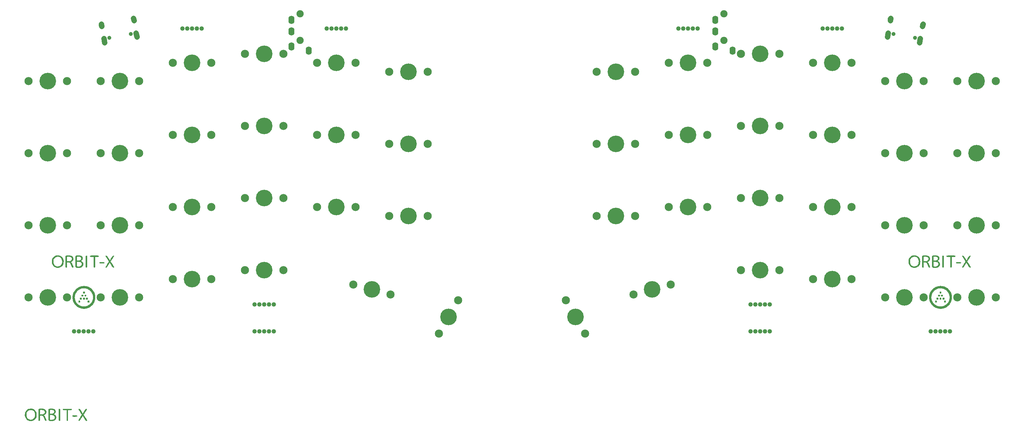
<source format=gts>
G04 #@! TF.GenerationSoftware,KiCad,Pcbnew,(5.1.4)-1*
G04 #@! TF.CreationDate,2019-09-30T23:05:28-07:00*
G04 #@! TF.ProjectId,Orbit,4f726269-742e-46b6-9963-61645f706362,rev?*
G04 #@! TF.SameCoordinates,Original*
G04 #@! TF.FileFunction,Soldermask,Top*
G04 #@! TF.FilePolarity,Negative*
%FSLAX46Y46*%
G04 Gerber Fmt 4.6, Leading zero omitted, Abs format (unit mm)*
G04 Created by KiCad (PCBNEW (5.1.4)-1) date 2019-09-30 23:05:28*
%MOMM*%
%LPD*%
G04 APERTURE LIST*
%ADD10C,0.010000*%
%ADD11C,4.387800*%
%ADD12C,2.150000*%
%ADD13C,1.050000*%
%ADD14C,1.400000*%
%ADD15C,1.400000*%
%ADD16C,1.187400*%
%ADD17C,1.900000*%
%ADD18O,1.600000X2.200000*%
G04 APERTURE END LIST*
D10*
G36*
X31161632Y-136001644D02*
G01*
X31329247Y-136006165D01*
X31445379Y-136014001D01*
X31514135Y-136025398D01*
X31536715Y-136036050D01*
X31569493Y-136103327D01*
X31562658Y-136179219D01*
X31519261Y-136235621D01*
X31514773Y-136238199D01*
X31464528Y-136249194D01*
X31364288Y-136258279D01*
X31223808Y-136264920D01*
X31052841Y-136268582D01*
X30950319Y-136269132D01*
X30761824Y-136268507D01*
X30623542Y-136266011D01*
X30525927Y-136260712D01*
X30459435Y-136251677D01*
X30414520Y-136237976D01*
X30381637Y-136218675D01*
X30374194Y-136212878D01*
X30327517Y-136165428D01*
X30324695Y-136118133D01*
X30340360Y-136078407D01*
X30375998Y-136000191D01*
X30938427Y-136000191D01*
X31161632Y-136001644D01*
X31161632Y-136001644D01*
G37*
X31161632Y-136001644D02*
X31329247Y-136006165D01*
X31445379Y-136014001D01*
X31514135Y-136025398D01*
X31536715Y-136036050D01*
X31569493Y-136103327D01*
X31562658Y-136179219D01*
X31519261Y-136235621D01*
X31514773Y-136238199D01*
X31464528Y-136249194D01*
X31364288Y-136258279D01*
X31223808Y-136264920D01*
X31052841Y-136268582D01*
X30950319Y-136269132D01*
X30761824Y-136268507D01*
X30623542Y-136266011D01*
X30525927Y-136260712D01*
X30459435Y-136251677D01*
X30414520Y-136237976D01*
X30381637Y-136218675D01*
X30374194Y-136212878D01*
X30327517Y-136165428D01*
X30324695Y-136118133D01*
X30340360Y-136078407D01*
X30375998Y-136000191D01*
X30938427Y-136000191D01*
X31161632Y-136001644D01*
G36*
X34082658Y-134268314D02*
G01*
X34112091Y-134317278D01*
X34112573Y-134326188D01*
X34097284Y-134366031D01*
X34054144Y-134449246D01*
X33987247Y-134568694D01*
X33900688Y-134717235D01*
X33798560Y-134887730D01*
X33684956Y-135073038D01*
X33676779Y-135086220D01*
X33240986Y-135788219D01*
X33679739Y-136492472D01*
X33795076Y-136678693D01*
X33900083Y-136850321D01*
X33990528Y-137000270D01*
X34062176Y-137121453D01*
X34110795Y-137206785D01*
X34132152Y-137249178D01*
X34132552Y-137250487D01*
X34123264Y-137311403D01*
X34097249Y-137345215D01*
X34056423Y-137368393D01*
X34004243Y-137367252D01*
X33923348Y-137343128D01*
X33883082Y-137327449D01*
X33846846Y-137306452D01*
X33809827Y-137273681D01*
X33767212Y-137222680D01*
X33714187Y-137146994D01*
X33645941Y-137040167D01*
X33557659Y-136895743D01*
X33444530Y-136707266D01*
X33425279Y-136675062D01*
X33320579Y-136502032D01*
X33224766Y-136347784D01*
X33142355Y-136219256D01*
X33077858Y-136123384D01*
X33035788Y-136067105D01*
X33021867Y-136055002D01*
X32998776Y-136081112D01*
X32950383Y-136151613D01*
X32881339Y-136259175D01*
X32796295Y-136396470D01*
X32699901Y-136556172D01*
X32644186Y-136650131D01*
X32506385Y-136879874D01*
X32393677Y-137058616D01*
X32304406Y-137188800D01*
X32236917Y-137272869D01*
X32199002Y-137307544D01*
X32095317Y-137363403D01*
X32015823Y-137368754D01*
X31967020Y-137338921D01*
X31935067Y-137283986D01*
X31931162Y-137261093D01*
X31946418Y-137225547D01*
X31989458Y-137146423D01*
X32056190Y-137030695D01*
X32142521Y-136885337D01*
X32244359Y-136717325D01*
X32357611Y-136533634D01*
X32364456Y-136522626D01*
X32478239Y-136338265D01*
X32580847Y-136169204D01*
X32668189Y-136022415D01*
X32736172Y-135904866D01*
X32780705Y-135823527D01*
X32797696Y-135785368D01*
X32797750Y-135784621D01*
X32782456Y-135748703D01*
X32739466Y-135669724D01*
X32673117Y-135555077D01*
X32587746Y-135412154D01*
X32487691Y-135248349D01*
X32406232Y-135117216D01*
X32270224Y-134899734D01*
X32162831Y-134727236D01*
X32081068Y-134593974D01*
X32021953Y-134494203D01*
X31982503Y-134422175D01*
X31959734Y-134372145D01*
X31950663Y-134338367D01*
X31952307Y-134315093D01*
X31961684Y-134296578D01*
X31972482Y-134281693D01*
X32030879Y-134247272D01*
X32115599Y-134247293D01*
X32206715Y-134278346D01*
X32282193Y-134334708D01*
X32316423Y-134380597D01*
X32375133Y-134468806D01*
X32452477Y-134590152D01*
X32542612Y-134735456D01*
X32639693Y-134895533D01*
X32648053Y-134909485D01*
X32744535Y-135070418D01*
X32833118Y-135217719D01*
X32908241Y-135342177D01*
X32964342Y-135434580D01*
X32995860Y-135485714D01*
X32997300Y-135487976D01*
X33012767Y-135509021D01*
X33029135Y-135517272D01*
X33050600Y-135507280D01*
X33081356Y-135473597D01*
X33125598Y-135410775D01*
X33187523Y-135313368D01*
X33271325Y-135175926D01*
X33381200Y-134993002D01*
X33390748Y-134977064D01*
X33493412Y-134806560D01*
X33588005Y-134651098D01*
X33669503Y-134518804D01*
X33732884Y-134417801D01*
X33773124Y-134356214D01*
X33782639Y-134343166D01*
X33853047Y-134285490D01*
X33937166Y-134253241D01*
X34019027Y-134247242D01*
X34082658Y-134268314D01*
X34082658Y-134268314D01*
G37*
X34082658Y-134268314D02*
X34112091Y-134317278D01*
X34112573Y-134326188D01*
X34097284Y-134366031D01*
X34054144Y-134449246D01*
X33987247Y-134568694D01*
X33900688Y-134717235D01*
X33798560Y-134887730D01*
X33684956Y-135073038D01*
X33676779Y-135086220D01*
X33240986Y-135788219D01*
X33679739Y-136492472D01*
X33795076Y-136678693D01*
X33900083Y-136850321D01*
X33990528Y-137000270D01*
X34062176Y-137121453D01*
X34110795Y-137206785D01*
X34132152Y-137249178D01*
X34132552Y-137250487D01*
X34123264Y-137311403D01*
X34097249Y-137345215D01*
X34056423Y-137368393D01*
X34004243Y-137367252D01*
X33923348Y-137343128D01*
X33883082Y-137327449D01*
X33846846Y-137306452D01*
X33809827Y-137273681D01*
X33767212Y-137222680D01*
X33714187Y-137146994D01*
X33645941Y-137040167D01*
X33557659Y-136895743D01*
X33444530Y-136707266D01*
X33425279Y-136675062D01*
X33320579Y-136502032D01*
X33224766Y-136347784D01*
X33142355Y-136219256D01*
X33077858Y-136123384D01*
X33035788Y-136067105D01*
X33021867Y-136055002D01*
X32998776Y-136081112D01*
X32950383Y-136151613D01*
X32881339Y-136259175D01*
X32796295Y-136396470D01*
X32699901Y-136556172D01*
X32644186Y-136650131D01*
X32506385Y-136879874D01*
X32393677Y-137058616D01*
X32304406Y-137188800D01*
X32236917Y-137272869D01*
X32199002Y-137307544D01*
X32095317Y-137363403D01*
X32015823Y-137368754D01*
X31967020Y-137338921D01*
X31935067Y-137283986D01*
X31931162Y-137261093D01*
X31946418Y-137225547D01*
X31989458Y-137146423D01*
X32056190Y-137030695D01*
X32142521Y-136885337D01*
X32244359Y-136717325D01*
X32357611Y-136533634D01*
X32364456Y-136522626D01*
X32478239Y-136338265D01*
X32580847Y-136169204D01*
X32668189Y-136022415D01*
X32736172Y-135904866D01*
X32780705Y-135823527D01*
X32797696Y-135785368D01*
X32797750Y-135784621D01*
X32782456Y-135748703D01*
X32739466Y-135669724D01*
X32673117Y-135555077D01*
X32587746Y-135412154D01*
X32487691Y-135248349D01*
X32406232Y-135117216D01*
X32270224Y-134899734D01*
X32162831Y-134727236D01*
X32081068Y-134593974D01*
X32021953Y-134494203D01*
X31982503Y-134422175D01*
X31959734Y-134372145D01*
X31950663Y-134338367D01*
X31952307Y-134315093D01*
X31961684Y-134296578D01*
X31972482Y-134281693D01*
X32030879Y-134247272D01*
X32115599Y-134247293D01*
X32206715Y-134278346D01*
X32282193Y-134334708D01*
X32316423Y-134380597D01*
X32375133Y-134468806D01*
X32452477Y-134590152D01*
X32542612Y-134735456D01*
X32639693Y-134895533D01*
X32648053Y-134909485D01*
X32744535Y-135070418D01*
X32833118Y-135217719D01*
X32908241Y-135342177D01*
X32964342Y-135434580D01*
X32995860Y-135485714D01*
X32997300Y-135487976D01*
X33012767Y-135509021D01*
X33029135Y-135517272D01*
X33050600Y-135507280D01*
X33081356Y-135473597D01*
X33125598Y-135410775D01*
X33187523Y-135313368D01*
X33271325Y-135175926D01*
X33381200Y-134993002D01*
X33390748Y-134977064D01*
X33493412Y-134806560D01*
X33588005Y-134651098D01*
X33669503Y-134518804D01*
X33732884Y-134417801D01*
X33773124Y-134356214D01*
X33782639Y-134343166D01*
X33853047Y-134285490D01*
X33937166Y-134253241D01*
X34019027Y-134247242D01*
X34082658Y-134268314D01*
G36*
X29237475Y-134237228D02*
G01*
X29462920Y-134237742D01*
X29640686Y-134239012D01*
X29776816Y-134241378D01*
X29877352Y-134245178D01*
X29948336Y-134250751D01*
X29995813Y-134258436D01*
X30025823Y-134268572D01*
X30044411Y-134281498D01*
X30057618Y-134297552D01*
X30058517Y-134298830D01*
X30088164Y-134382919D01*
X30064791Y-134458928D01*
X29997720Y-134508366D01*
X29941430Y-134518668D01*
X29839085Y-134527221D01*
X29704388Y-134533229D01*
X29551041Y-134535893D01*
X29523687Y-134535956D01*
X29122220Y-134535956D01*
X29122220Y-135895603D01*
X29122142Y-136216135D01*
X29121757Y-136482245D01*
X29120839Y-136699278D01*
X29119165Y-136872578D01*
X29116509Y-137007486D01*
X29112647Y-137109349D01*
X29107352Y-137183508D01*
X29100401Y-137235307D01*
X29091567Y-137270091D01*
X29080627Y-137293202D01*
X29067355Y-137309985D01*
X29062456Y-137315015D01*
X28993296Y-137365793D01*
X28926202Y-137365216D01*
X28859928Y-137328261D01*
X28793515Y-137281743D01*
X28793515Y-134535956D01*
X28382632Y-134535515D01*
X28181051Y-134532497D01*
X28031747Y-134522753D01*
X27927439Y-134504513D01*
X27860843Y-134476004D01*
X27824680Y-134435455D01*
X27813277Y-134396991D01*
X27825950Y-134326330D01*
X27852765Y-134285681D01*
X27871160Y-134272711D01*
X27901693Y-134262245D01*
X27950308Y-134254021D01*
X28022950Y-134247777D01*
X28125563Y-134243253D01*
X28264091Y-134240187D01*
X28444479Y-134238319D01*
X28672671Y-134237388D01*
X28954611Y-134237132D01*
X28958307Y-134237132D01*
X29237475Y-134237228D01*
X29237475Y-134237228D01*
G37*
X29237475Y-134237228D02*
X29462920Y-134237742D01*
X29640686Y-134239012D01*
X29776816Y-134241378D01*
X29877352Y-134245178D01*
X29948336Y-134250751D01*
X29995813Y-134258436D01*
X30025823Y-134268572D01*
X30044411Y-134281498D01*
X30057618Y-134297552D01*
X30058517Y-134298830D01*
X30088164Y-134382919D01*
X30064791Y-134458928D01*
X29997720Y-134508366D01*
X29941430Y-134518668D01*
X29839085Y-134527221D01*
X29704388Y-134533229D01*
X29551041Y-134535893D01*
X29523687Y-134535956D01*
X29122220Y-134535956D01*
X29122220Y-135895603D01*
X29122142Y-136216135D01*
X29121757Y-136482245D01*
X29120839Y-136699278D01*
X29119165Y-136872578D01*
X29116509Y-137007486D01*
X29112647Y-137109349D01*
X29107352Y-137183508D01*
X29100401Y-137235307D01*
X29091567Y-137270091D01*
X29080627Y-137293202D01*
X29067355Y-137309985D01*
X29062456Y-137315015D01*
X28993296Y-137365793D01*
X28926202Y-137365216D01*
X28859928Y-137328261D01*
X28793515Y-137281743D01*
X28793515Y-134535956D01*
X28382632Y-134535515D01*
X28181051Y-134532497D01*
X28031747Y-134522753D01*
X27927439Y-134504513D01*
X27860843Y-134476004D01*
X27824680Y-134435455D01*
X27813277Y-134396991D01*
X27825950Y-134326330D01*
X27852765Y-134285681D01*
X27871160Y-134272711D01*
X27901693Y-134262245D01*
X27950308Y-134254021D01*
X28022950Y-134247777D01*
X28125563Y-134243253D01*
X28264091Y-134240187D01*
X28444479Y-134238319D01*
X28672671Y-134237388D01*
X28954611Y-134237132D01*
X28958307Y-134237132D01*
X29237475Y-134237228D01*
G36*
X26981001Y-134291779D02*
G01*
X26992340Y-134308780D01*
X27001820Y-134335904D01*
X27009604Y-134378187D01*
X27015855Y-134440664D01*
X27020738Y-134528371D01*
X27024416Y-134646342D01*
X27027052Y-134799612D01*
X27028811Y-134993218D01*
X27029854Y-135232195D01*
X27030347Y-135521577D01*
X27030456Y-135814085D01*
X27030456Y-137281743D01*
X26964042Y-137328261D01*
X26889170Y-137368311D01*
X26825881Y-137363010D01*
X26757354Y-137317655D01*
X26686809Y-137260530D01*
X26686809Y-135811733D01*
X26686900Y-135479561D01*
X26687304Y-135201984D01*
X26688215Y-134973834D01*
X26689829Y-134789943D01*
X26692338Y-134645142D01*
X26695939Y-134534263D01*
X26700826Y-134452137D01*
X26707193Y-134393594D01*
X26715235Y-134353468D01*
X26725147Y-134326588D01*
X26737124Y-134307787D01*
X26743734Y-134300034D01*
X26824463Y-134246456D01*
X26911090Y-134245937D01*
X26981001Y-134291779D01*
X26981001Y-134291779D01*
G37*
X26981001Y-134291779D02*
X26992340Y-134308780D01*
X27001820Y-134335904D01*
X27009604Y-134378187D01*
X27015855Y-134440664D01*
X27020738Y-134528371D01*
X27024416Y-134646342D01*
X27027052Y-134799612D01*
X27028811Y-134993218D01*
X27029854Y-135232195D01*
X27030347Y-135521577D01*
X27030456Y-135814085D01*
X27030456Y-137281743D01*
X26964042Y-137328261D01*
X26889170Y-137368311D01*
X26825881Y-137363010D01*
X26757354Y-137317655D01*
X26686809Y-137260530D01*
X26686809Y-135811733D01*
X26686900Y-135479561D01*
X26687304Y-135201984D01*
X26688215Y-134973834D01*
X26689829Y-134789943D01*
X26692338Y-134645142D01*
X26695939Y-134534263D01*
X26700826Y-134452137D01*
X26707193Y-134393594D01*
X26715235Y-134353468D01*
X26725147Y-134326588D01*
X26737124Y-134307787D01*
X26743734Y-134300034D01*
X26824463Y-134246456D01*
X26911090Y-134245937D01*
X26981001Y-134291779D01*
G36*
X22180628Y-134212673D02*
G01*
X22228927Y-134214240D01*
X22461786Y-134226935D01*
X22648160Y-134249613D01*
X22800971Y-134285699D01*
X22933137Y-134338616D01*
X23057578Y-134411791D01*
X23107631Y-134447166D01*
X23235941Y-134577170D01*
X23325378Y-134744087D01*
X23373078Y-134937133D01*
X23376179Y-135145523D01*
X23341332Y-135327627D01*
X23295788Y-135448986D01*
X23229328Y-135551429D01*
X23141807Y-135645444D01*
X23064207Y-135717877D01*
X23002184Y-135770009D01*
X22968700Y-135790978D01*
X22968113Y-135791015D01*
X22927261Y-135801667D01*
X22855408Y-135828193D01*
X22831916Y-135837793D01*
X22719961Y-135884571D01*
X22794780Y-135964793D01*
X22857798Y-136041425D01*
X22925952Y-136137217D01*
X22947003Y-136169984D01*
X22982365Y-136235797D01*
X23032401Y-136340458D01*
X23092546Y-136473162D01*
X23158231Y-136623108D01*
X23224892Y-136779492D01*
X23287960Y-136931512D01*
X23342869Y-137068365D01*
X23385052Y-137179248D01*
X23409944Y-137253357D01*
X23414691Y-137276339D01*
X23389434Y-137327260D01*
X23326396Y-137355045D01*
X23244679Y-137354895D01*
X23183997Y-137334281D01*
X23149387Y-137311121D01*
X23115650Y-137274111D01*
X23078578Y-137215411D01*
X23033966Y-137127184D01*
X22977608Y-137001592D01*
X22905297Y-136830796D01*
X22876120Y-136760528D01*
X22782817Y-136539722D01*
X22704688Y-136368527D01*
X22636680Y-136240317D01*
X22573737Y-136148465D01*
X22510807Y-136086346D01*
X22442836Y-136047333D01*
X22364769Y-136024800D01*
X22308341Y-136016109D01*
X22188024Y-136006911D01*
X22043854Y-136003515D01*
X21935515Y-136005643D01*
X21726338Y-136015132D01*
X21711397Y-136652599D01*
X21706060Y-136864730D01*
X21700766Y-137025044D01*
X21694661Y-137141480D01*
X21686894Y-137221978D01*
X21676613Y-137274480D01*
X21662965Y-137306924D01*
X21645100Y-137327251D01*
X21638450Y-137332422D01*
X21569323Y-137369598D01*
X21506612Y-137362410D01*
X21449105Y-137328261D01*
X21382691Y-137281743D01*
X21382691Y-134953567D01*
X21710895Y-134953567D01*
X21711397Y-135138552D01*
X21711397Y-135739046D01*
X22107338Y-135724992D01*
X22284017Y-135717008D01*
X22415150Y-135706140D01*
X22514951Y-135690270D01*
X22597631Y-135667282D01*
X22660379Y-135642615D01*
X22832934Y-135539770D01*
X22957702Y-135404421D01*
X23031744Y-135241315D01*
X23052122Y-135055199D01*
X23049374Y-135014325D01*
X23010085Y-134845643D01*
X22925209Y-134711487D01*
X22789995Y-134605229D01*
X22735075Y-134575917D01*
X22655186Y-134539793D01*
X22579987Y-134515132D01*
X22493851Y-134499158D01*
X22381151Y-134489091D01*
X22226260Y-134482154D01*
X22203235Y-134481371D01*
X22044253Y-134475287D01*
X21923658Y-134473714D01*
X21836176Y-134483696D01*
X21776533Y-134512281D01*
X21739457Y-134566515D01*
X21719674Y-134653443D01*
X21711911Y-134780112D01*
X21710895Y-134953567D01*
X21382691Y-134953567D01*
X21382691Y-134394694D01*
X21460037Y-134317348D01*
X21513960Y-134274364D01*
X21582954Y-134243124D01*
X21675569Y-134222482D01*
X21800353Y-134211290D01*
X21965856Y-134208402D01*
X22180628Y-134212673D01*
X22180628Y-134212673D01*
G37*
X22180628Y-134212673D02*
X22228927Y-134214240D01*
X22461786Y-134226935D01*
X22648160Y-134249613D01*
X22800971Y-134285699D01*
X22933137Y-134338616D01*
X23057578Y-134411791D01*
X23107631Y-134447166D01*
X23235941Y-134577170D01*
X23325378Y-134744087D01*
X23373078Y-134937133D01*
X23376179Y-135145523D01*
X23341332Y-135327627D01*
X23295788Y-135448986D01*
X23229328Y-135551429D01*
X23141807Y-135645444D01*
X23064207Y-135717877D01*
X23002184Y-135770009D01*
X22968700Y-135790978D01*
X22968113Y-135791015D01*
X22927261Y-135801667D01*
X22855408Y-135828193D01*
X22831916Y-135837793D01*
X22719961Y-135884571D01*
X22794780Y-135964793D01*
X22857798Y-136041425D01*
X22925952Y-136137217D01*
X22947003Y-136169984D01*
X22982365Y-136235797D01*
X23032401Y-136340458D01*
X23092546Y-136473162D01*
X23158231Y-136623108D01*
X23224892Y-136779492D01*
X23287960Y-136931512D01*
X23342869Y-137068365D01*
X23385052Y-137179248D01*
X23409944Y-137253357D01*
X23414691Y-137276339D01*
X23389434Y-137327260D01*
X23326396Y-137355045D01*
X23244679Y-137354895D01*
X23183997Y-137334281D01*
X23149387Y-137311121D01*
X23115650Y-137274111D01*
X23078578Y-137215411D01*
X23033966Y-137127184D01*
X22977608Y-137001592D01*
X22905297Y-136830796D01*
X22876120Y-136760528D01*
X22782817Y-136539722D01*
X22704688Y-136368527D01*
X22636680Y-136240317D01*
X22573737Y-136148465D01*
X22510807Y-136086346D01*
X22442836Y-136047333D01*
X22364769Y-136024800D01*
X22308341Y-136016109D01*
X22188024Y-136006911D01*
X22043854Y-136003515D01*
X21935515Y-136005643D01*
X21726338Y-136015132D01*
X21711397Y-136652599D01*
X21706060Y-136864730D01*
X21700766Y-137025044D01*
X21694661Y-137141480D01*
X21686894Y-137221978D01*
X21676613Y-137274480D01*
X21662965Y-137306924D01*
X21645100Y-137327251D01*
X21638450Y-137332422D01*
X21569323Y-137369598D01*
X21506612Y-137362410D01*
X21449105Y-137328261D01*
X21382691Y-137281743D01*
X21382691Y-134953567D01*
X21710895Y-134953567D01*
X21711397Y-135138552D01*
X21711397Y-135739046D01*
X22107338Y-135724992D01*
X22284017Y-135717008D01*
X22415150Y-135706140D01*
X22514951Y-135690270D01*
X22597631Y-135667282D01*
X22660379Y-135642615D01*
X22832934Y-135539770D01*
X22957702Y-135404421D01*
X23031744Y-135241315D01*
X23052122Y-135055199D01*
X23049374Y-135014325D01*
X23010085Y-134845643D01*
X22925209Y-134711487D01*
X22789995Y-134605229D01*
X22735075Y-134575917D01*
X22655186Y-134539793D01*
X22579987Y-134515132D01*
X22493851Y-134499158D01*
X22381151Y-134489091D01*
X22226260Y-134482154D01*
X22203235Y-134481371D01*
X22044253Y-134475287D01*
X21923658Y-134473714D01*
X21836176Y-134483696D01*
X21776533Y-134512281D01*
X21739457Y-134566515D01*
X21719674Y-134653443D01*
X21711911Y-134780112D01*
X21710895Y-134953567D01*
X21382691Y-134953567D01*
X21382691Y-134394694D01*
X21460037Y-134317348D01*
X21513960Y-134274364D01*
X21582954Y-134243124D01*
X21675569Y-134222482D01*
X21800353Y-134211290D01*
X21965856Y-134208402D01*
X22180628Y-134212673D01*
G36*
X24904890Y-134225156D02*
G01*
X25049629Y-134228641D01*
X25157630Y-134235384D01*
X25240402Y-134246528D01*
X25309453Y-134263214D01*
X25376294Y-134286584D01*
X25386926Y-134290771D01*
X25578488Y-134391308D01*
X25718938Y-134521578D01*
X25810646Y-134684641D01*
X25855984Y-134883559D01*
X25857425Y-134898280D01*
X25862128Y-135012134D01*
X25847548Y-135103716D01*
X25807559Y-135205066D01*
X25792930Y-135235568D01*
X25681980Y-135400224D01*
X25532384Y-135530695D01*
X25358191Y-135614857D01*
X25350841Y-135617110D01*
X25279984Y-135647806D01*
X25257412Y-135677597D01*
X25285679Y-135697663D01*
X25326448Y-135701368D01*
X25412977Y-135718588D01*
X25524979Y-135763433D01*
X25641674Y-135825679D01*
X25742282Y-135895101D01*
X25770545Y-135919866D01*
X25895439Y-136070061D01*
X25968587Y-136237730D01*
X25995500Y-136435793D01*
X25995747Y-136447750D01*
X25984812Y-136658014D01*
X25941052Y-136830385D01*
X25858945Y-136980133D01*
X25762214Y-137093624D01*
X25656703Y-137191363D01*
X25550334Y-137265347D01*
X25432319Y-137318895D01*
X25291872Y-137355327D01*
X25118205Y-137377961D01*
X24900531Y-137390115D01*
X24789279Y-137392975D01*
X24620080Y-137394464D01*
X24464148Y-137392531D01*
X24334913Y-137387582D01*
X24245803Y-137380026D01*
X24221987Y-137375787D01*
X24129066Y-137334462D01*
X24050764Y-137271562D01*
X24050164Y-137270868D01*
X23982456Y-137192153D01*
X23982456Y-135820897D01*
X24311162Y-135820897D01*
X24311162Y-136449389D01*
X24311320Y-136658226D01*
X24312331Y-136815149D01*
X24315001Y-136928008D01*
X24320135Y-137004654D01*
X24328537Y-137052937D01*
X24341014Y-137080708D01*
X24358370Y-137095818D01*
X24378397Y-137104907D01*
X24450361Y-137120065D01*
X24565059Y-137129377D01*
X24705747Y-137132881D01*
X24855686Y-137130618D01*
X24998134Y-137122627D01*
X25116348Y-137108948D01*
X25147681Y-137103087D01*
X25336279Y-137034987D01*
X25487284Y-136923001D01*
X25595709Y-136773234D01*
X25656563Y-136591791D01*
X25668213Y-136466164D01*
X25648805Y-136285072D01*
X25585818Y-136135482D01*
X25477421Y-136016284D01*
X25321784Y-135926367D01*
X25117076Y-135864621D01*
X24861466Y-135829934D01*
X24604497Y-135820897D01*
X24311162Y-135820897D01*
X23982456Y-135820897D01*
X23982456Y-135820637D01*
X23983097Y-135447106D01*
X23985044Y-135131821D01*
X23988330Y-134873279D01*
X23989006Y-134843768D01*
X24310909Y-134843768D01*
X24311162Y-135025086D01*
X24312327Y-135189973D01*
X24315548Y-135333468D01*
X24320414Y-135445114D01*
X24326514Y-135514455D01*
X24331083Y-135532034D01*
X24373290Y-135544035D01*
X24460158Y-135550337D01*
X24576883Y-135551213D01*
X24708659Y-135546935D01*
X24840683Y-135537777D01*
X24958150Y-135524011D01*
X24982692Y-135520024D01*
X25193153Y-135463259D01*
X25354521Y-135375382D01*
X25465678Y-135257441D01*
X25525504Y-135110483D01*
X25536338Y-135001718D01*
X25516020Y-134832811D01*
X25452096Y-134701477D01*
X25340109Y-134600137D01*
X25280293Y-134566013D01*
X25205776Y-134532258D01*
X25130444Y-134509419D01*
X25038722Y-134494814D01*
X24915034Y-134485759D01*
X24785520Y-134480799D01*
X24619457Y-134475448D01*
X24497392Y-134476263D01*
X24412579Y-134490984D01*
X24358271Y-134527354D01*
X24327722Y-134593113D01*
X24314183Y-134696004D01*
X24310909Y-134843768D01*
X23989006Y-134843768D01*
X23992992Y-134669975D01*
X23999063Y-134520404D01*
X24006577Y-134423062D01*
X24015570Y-134376445D01*
X24015639Y-134376292D01*
X24045511Y-134323995D01*
X24086441Y-134284909D01*
X24146740Y-134257213D01*
X24234719Y-134239087D01*
X24358691Y-134228711D01*
X24526966Y-134224264D01*
X24711903Y-134223788D01*
X24904890Y-134225156D01*
X24904890Y-134225156D01*
G37*
X24904890Y-134225156D02*
X25049629Y-134228641D01*
X25157630Y-134235384D01*
X25240402Y-134246528D01*
X25309453Y-134263214D01*
X25376294Y-134286584D01*
X25386926Y-134290771D01*
X25578488Y-134391308D01*
X25718938Y-134521578D01*
X25810646Y-134684641D01*
X25855984Y-134883559D01*
X25857425Y-134898280D01*
X25862128Y-135012134D01*
X25847548Y-135103716D01*
X25807559Y-135205066D01*
X25792930Y-135235568D01*
X25681980Y-135400224D01*
X25532384Y-135530695D01*
X25358191Y-135614857D01*
X25350841Y-135617110D01*
X25279984Y-135647806D01*
X25257412Y-135677597D01*
X25285679Y-135697663D01*
X25326448Y-135701368D01*
X25412977Y-135718588D01*
X25524979Y-135763433D01*
X25641674Y-135825679D01*
X25742282Y-135895101D01*
X25770545Y-135919866D01*
X25895439Y-136070061D01*
X25968587Y-136237730D01*
X25995500Y-136435793D01*
X25995747Y-136447750D01*
X25984812Y-136658014D01*
X25941052Y-136830385D01*
X25858945Y-136980133D01*
X25762214Y-137093624D01*
X25656703Y-137191363D01*
X25550334Y-137265347D01*
X25432319Y-137318895D01*
X25291872Y-137355327D01*
X25118205Y-137377961D01*
X24900531Y-137390115D01*
X24789279Y-137392975D01*
X24620080Y-137394464D01*
X24464148Y-137392531D01*
X24334913Y-137387582D01*
X24245803Y-137380026D01*
X24221987Y-137375787D01*
X24129066Y-137334462D01*
X24050764Y-137271562D01*
X24050164Y-137270868D01*
X23982456Y-137192153D01*
X23982456Y-135820897D01*
X24311162Y-135820897D01*
X24311162Y-136449389D01*
X24311320Y-136658226D01*
X24312331Y-136815149D01*
X24315001Y-136928008D01*
X24320135Y-137004654D01*
X24328537Y-137052937D01*
X24341014Y-137080708D01*
X24358370Y-137095818D01*
X24378397Y-137104907D01*
X24450361Y-137120065D01*
X24565059Y-137129377D01*
X24705747Y-137132881D01*
X24855686Y-137130618D01*
X24998134Y-137122627D01*
X25116348Y-137108948D01*
X25147681Y-137103087D01*
X25336279Y-137034987D01*
X25487284Y-136923001D01*
X25595709Y-136773234D01*
X25656563Y-136591791D01*
X25668213Y-136466164D01*
X25648805Y-136285072D01*
X25585818Y-136135482D01*
X25477421Y-136016284D01*
X25321784Y-135926367D01*
X25117076Y-135864621D01*
X24861466Y-135829934D01*
X24604497Y-135820897D01*
X24311162Y-135820897D01*
X23982456Y-135820897D01*
X23982456Y-135820637D01*
X23983097Y-135447106D01*
X23985044Y-135131821D01*
X23988330Y-134873279D01*
X23989006Y-134843768D01*
X24310909Y-134843768D01*
X24311162Y-135025086D01*
X24312327Y-135189973D01*
X24315548Y-135333468D01*
X24320414Y-135445114D01*
X24326514Y-135514455D01*
X24331083Y-135532034D01*
X24373290Y-135544035D01*
X24460158Y-135550337D01*
X24576883Y-135551213D01*
X24708659Y-135546935D01*
X24840683Y-135537777D01*
X24958150Y-135524011D01*
X24982692Y-135520024D01*
X25193153Y-135463259D01*
X25354521Y-135375382D01*
X25465678Y-135257441D01*
X25525504Y-135110483D01*
X25536338Y-135001718D01*
X25516020Y-134832811D01*
X25452096Y-134701477D01*
X25340109Y-134600137D01*
X25280293Y-134566013D01*
X25205776Y-134532258D01*
X25130444Y-134509419D01*
X25038722Y-134494814D01*
X24915034Y-134485759D01*
X24785520Y-134480799D01*
X24619457Y-134475448D01*
X24497392Y-134476263D01*
X24412579Y-134490984D01*
X24358271Y-134527354D01*
X24327722Y-134593113D01*
X24314183Y-134696004D01*
X24310909Y-134843768D01*
X23989006Y-134843768D01*
X23992992Y-134669975D01*
X23999063Y-134520404D01*
X24006577Y-134423062D01*
X24015570Y-134376445D01*
X24015639Y-134376292D01*
X24045511Y-134323995D01*
X24086441Y-134284909D01*
X24146740Y-134257213D01*
X24234719Y-134239087D01*
X24358691Y-134228711D01*
X24526966Y-134224264D01*
X24711903Y-134223788D01*
X24904890Y-134225156D01*
G36*
X19581854Y-134226217D02*
G01*
X19844046Y-134285242D01*
X20075536Y-134387509D01*
X20284488Y-134536205D01*
X20395957Y-134642249D01*
X20562453Y-134844406D01*
X20683978Y-135061078D01*
X20763375Y-135300938D01*
X20803487Y-135572661D01*
X20807155Y-135884921D01*
X20806706Y-135895603D01*
X20786314Y-136156734D01*
X20746751Y-136373538D01*
X20682838Y-136559793D01*
X20589394Y-136729276D01*
X20461240Y-136895764D01*
X20408624Y-136954369D01*
X20221298Y-137119637D01*
X19999869Y-137254567D01*
X19764265Y-137348072D01*
X19652906Y-137374816D01*
X19466375Y-137396463D01*
X19255056Y-137400594D01*
X19046323Y-137387788D01*
X18867549Y-137358622D01*
X18865780Y-137358195D01*
X18601836Y-137266419D01*
X18368741Y-137124921D01*
X18216241Y-136990303D01*
X18033492Y-136763816D01*
X17897227Y-136503859D01*
X17808902Y-136216261D01*
X17770407Y-135910287D01*
X18117851Y-135910287D01*
X18151199Y-136178993D01*
X18222949Y-136423481D01*
X18260964Y-136508191D01*
X18389640Y-136707907D01*
X18555950Y-136878687D01*
X18748052Y-137010937D01*
X18954104Y-137095066D01*
X18998752Y-137105872D01*
X19189761Y-137127809D01*
X19400538Y-137121906D01*
X19606413Y-137090488D01*
X19782714Y-137035879D01*
X19793879Y-137030992D01*
X19977471Y-136920677D01*
X20147069Y-136766856D01*
X20286770Y-136585757D01*
X20355433Y-136457906D01*
X20396450Y-136342738D01*
X20434564Y-136197459D01*
X20462159Y-136051538D01*
X20464166Y-136037152D01*
X20480419Y-135736162D01*
X20448371Y-135453572D01*
X20370564Y-135195027D01*
X20249539Y-134966172D01*
X20087839Y-134772652D01*
X19888007Y-134620112D01*
X19806038Y-134575737D01*
X19723636Y-134538096D01*
X19650279Y-134513711D01*
X19569001Y-134499730D01*
X19462838Y-134493302D01*
X19314823Y-134491575D01*
X19305239Y-134491560D01*
X19157032Y-134492446D01*
X19051073Y-134497715D01*
X18969858Y-134510599D01*
X18895880Y-134534332D01*
X18811635Y-134572147D01*
X18776775Y-134589164D01*
X18593956Y-134703513D01*
X18430236Y-134851860D01*
X18301317Y-135018529D01*
X18249503Y-135115540D01*
X18166874Y-135362893D01*
X18123033Y-135633031D01*
X18117851Y-135910287D01*
X17770407Y-135910287D01*
X17769974Y-135906851D01*
X17781898Y-135581457D01*
X17814094Y-135380847D01*
X17902052Y-135088461D01*
X18035573Y-134833017D01*
X18211180Y-134617298D01*
X18425394Y-134444086D01*
X18674740Y-134316163D01*
X18955739Y-134236312D01*
X19264915Y-134207315D01*
X19280792Y-134207250D01*
X19581854Y-134226217D01*
X19581854Y-134226217D01*
G37*
X19581854Y-134226217D02*
X19844046Y-134285242D01*
X20075536Y-134387509D01*
X20284488Y-134536205D01*
X20395957Y-134642249D01*
X20562453Y-134844406D01*
X20683978Y-135061078D01*
X20763375Y-135300938D01*
X20803487Y-135572661D01*
X20807155Y-135884921D01*
X20806706Y-135895603D01*
X20786314Y-136156734D01*
X20746751Y-136373538D01*
X20682838Y-136559793D01*
X20589394Y-136729276D01*
X20461240Y-136895764D01*
X20408624Y-136954369D01*
X20221298Y-137119637D01*
X19999869Y-137254567D01*
X19764265Y-137348072D01*
X19652906Y-137374816D01*
X19466375Y-137396463D01*
X19255056Y-137400594D01*
X19046323Y-137387788D01*
X18867549Y-137358622D01*
X18865780Y-137358195D01*
X18601836Y-137266419D01*
X18368741Y-137124921D01*
X18216241Y-136990303D01*
X18033492Y-136763816D01*
X17897227Y-136503859D01*
X17808902Y-136216261D01*
X17770407Y-135910287D01*
X18117851Y-135910287D01*
X18151199Y-136178993D01*
X18222949Y-136423481D01*
X18260964Y-136508191D01*
X18389640Y-136707907D01*
X18555950Y-136878687D01*
X18748052Y-137010937D01*
X18954104Y-137095066D01*
X18998752Y-137105872D01*
X19189761Y-137127809D01*
X19400538Y-137121906D01*
X19606413Y-137090488D01*
X19782714Y-137035879D01*
X19793879Y-137030992D01*
X19977471Y-136920677D01*
X20147069Y-136766856D01*
X20286770Y-136585757D01*
X20355433Y-136457906D01*
X20396450Y-136342738D01*
X20434564Y-136197459D01*
X20462159Y-136051538D01*
X20464166Y-136037152D01*
X20480419Y-135736162D01*
X20448371Y-135453572D01*
X20370564Y-135195027D01*
X20249539Y-134966172D01*
X20087839Y-134772652D01*
X19888007Y-134620112D01*
X19806038Y-134575737D01*
X19723636Y-134538096D01*
X19650279Y-134513711D01*
X19569001Y-134499730D01*
X19462838Y-134493302D01*
X19314823Y-134491575D01*
X19305239Y-134491560D01*
X19157032Y-134492446D01*
X19051073Y-134497715D01*
X18969858Y-134510599D01*
X18895880Y-134534332D01*
X18811635Y-134572147D01*
X18776775Y-134589164D01*
X18593956Y-134703513D01*
X18430236Y-134851860D01*
X18301317Y-135018529D01*
X18249503Y-135115540D01*
X18166874Y-135362893D01*
X18123033Y-135633031D01*
X18117851Y-135910287D01*
X17770407Y-135910287D01*
X17769974Y-135906851D01*
X17781898Y-135581457D01*
X17814094Y-135380847D01*
X17902052Y-135088461D01*
X18035573Y-134833017D01*
X18211180Y-134617298D01*
X18425394Y-134444086D01*
X18674740Y-134316163D01*
X18955739Y-134236312D01*
X19264915Y-134207315D01*
X19280792Y-134207250D01*
X19581854Y-134226217D01*
G36*
X259746750Y-103695500D02*
G01*
X259341938Y-103695500D01*
X259341938Y-103290688D01*
X259746750Y-103290688D01*
X259746750Y-103695500D01*
X259746750Y-103695500D01*
G37*
X259746750Y-103695500D02*
X259341938Y-103695500D01*
X259341938Y-103290688D01*
X259746750Y-103290688D01*
X259746750Y-103695500D01*
G36*
X260151563Y-104481313D02*
G01*
X259746750Y-104481313D01*
X259746750Y-104100313D01*
X260151563Y-104100313D01*
X260151563Y-104481313D01*
X260151563Y-104481313D01*
G37*
X260151563Y-104481313D02*
X259746750Y-104481313D01*
X259746750Y-104100313D01*
X260151563Y-104100313D01*
X260151563Y-104481313D01*
G36*
X259341938Y-104481313D02*
G01*
X258960938Y-104481313D01*
X258960938Y-104100313D01*
X259341938Y-104100313D01*
X259341938Y-104481313D01*
X259341938Y-104481313D01*
G37*
X259341938Y-104481313D02*
X258960938Y-104481313D01*
X258960938Y-104100313D01*
X259341938Y-104100313D01*
X259341938Y-104481313D01*
G36*
X260532563Y-105290938D02*
G01*
X260151563Y-105290938D01*
X260151563Y-104886125D01*
X260532563Y-104886125D01*
X260532563Y-105290938D01*
X260532563Y-105290938D01*
G37*
X260532563Y-105290938D02*
X260151563Y-105290938D01*
X260151563Y-104886125D01*
X260532563Y-104886125D01*
X260532563Y-105290938D01*
G36*
X259746750Y-105290938D02*
G01*
X259341938Y-105290938D01*
X259341938Y-104886125D01*
X259746750Y-104886125D01*
X259746750Y-105290938D01*
X259746750Y-105290938D01*
G37*
X259746750Y-105290938D02*
X259341938Y-105290938D01*
X259341938Y-104886125D01*
X259746750Y-104886125D01*
X259746750Y-105290938D01*
G36*
X258960938Y-105290938D02*
G01*
X258556125Y-105290938D01*
X258556125Y-104886125D01*
X258960938Y-104886125D01*
X258960938Y-105290938D01*
X258960938Y-105290938D01*
G37*
X258960938Y-105290938D02*
X258556125Y-105290938D01*
X258556125Y-104886125D01*
X258960938Y-104886125D01*
X258960938Y-105290938D01*
G36*
X260937375Y-106076750D02*
G01*
X260532563Y-106076750D01*
X260532563Y-105671938D01*
X260937375Y-105671938D01*
X260937375Y-106076750D01*
X260937375Y-106076750D01*
G37*
X260937375Y-106076750D02*
X260532563Y-106076750D01*
X260532563Y-105671938D01*
X260937375Y-105671938D01*
X260937375Y-106076750D01*
G36*
X258556125Y-106076750D02*
G01*
X258151313Y-106076750D01*
X258151313Y-105671938D01*
X258556125Y-105671938D01*
X258556125Y-106076750D01*
X258556125Y-106076750D01*
G37*
X258556125Y-106076750D02*
X258151313Y-106076750D01*
X258151313Y-105671938D01*
X258556125Y-105671938D01*
X258556125Y-106076750D01*
G36*
X259560219Y-101803045D02*
G01*
X259684337Y-101804415D01*
X259796049Y-101808572D01*
X259898642Y-101815919D01*
X259995406Y-101826860D01*
X260089628Y-101841798D01*
X260184597Y-101861137D01*
X260283601Y-101885281D01*
X260328880Y-101897418D01*
X260537427Y-101962656D01*
X260739515Y-102041992D01*
X260934378Y-102135028D01*
X261121249Y-102241368D01*
X261299364Y-102360616D01*
X261451510Y-102478617D01*
X261609178Y-102619342D01*
X261756515Y-102770787D01*
X261892836Y-102931885D01*
X262017458Y-103101567D01*
X262129697Y-103278766D01*
X262228870Y-103462416D01*
X262314292Y-103651447D01*
X262385280Y-103844793D01*
X262434034Y-104012803D01*
X262467105Y-104152789D01*
X262492465Y-104284725D01*
X262510857Y-104413997D01*
X262523025Y-104545993D01*
X262529711Y-104686100D01*
X262530364Y-104711500D01*
X262527645Y-104929797D01*
X262509450Y-105144580D01*
X262475785Y-105355821D01*
X262426656Y-105563489D01*
X262362069Y-105767555D01*
X262297872Y-105931487D01*
X262269789Y-105996752D01*
X262245727Y-106050910D01*
X262223858Y-106097613D01*
X262202357Y-106140513D01*
X262179396Y-106183263D01*
X262153150Y-106229515D01*
X262124025Y-106279156D01*
X262004806Y-106465427D01*
X261874702Y-106640153D01*
X261733579Y-106803465D01*
X261581305Y-106955496D01*
X261417747Y-107096380D01*
X261242774Y-107226248D01*
X261060406Y-107342775D01*
X261007577Y-107373744D01*
X260961664Y-107399721D01*
X260919015Y-107422531D01*
X260875978Y-107444001D01*
X260828901Y-107465957D01*
X260774131Y-107490225D01*
X260712737Y-107516622D01*
X260616504Y-107556169D01*
X260527786Y-107589208D01*
X260440672Y-107617695D01*
X260349248Y-107643589D01*
X260266656Y-107664322D01*
X260102140Y-107699876D01*
X259945045Y-107725553D01*
X259790817Y-107741893D01*
X259634899Y-107749436D01*
X259544344Y-107750013D01*
X259493125Y-107749498D01*
X259445004Y-107748793D01*
X259403124Y-107747960D01*
X259370628Y-107747063D01*
X259350660Y-107746165D01*
X259349875Y-107746109D01*
X259133701Y-107722157D01*
X258920944Y-107683170D01*
X258712463Y-107629467D01*
X258509118Y-107561363D01*
X258311766Y-107479176D01*
X258121268Y-107383225D01*
X257938482Y-107273826D01*
X257787526Y-107168796D01*
X257614599Y-107030449D01*
X257453915Y-106882088D01*
X257305701Y-106724039D01*
X257170179Y-106556632D01*
X257047574Y-106380194D01*
X256938111Y-106195052D01*
X256842013Y-106001535D01*
X256759506Y-105799971D01*
X256690813Y-105590688D01*
X256678668Y-105547630D01*
X256652302Y-105445835D01*
X256630917Y-105349511D01*
X256614109Y-105255367D01*
X256601475Y-105160117D01*
X256592610Y-105060470D01*
X256587112Y-104953140D01*
X256584576Y-104834836D01*
X256584295Y-104778969D01*
X256584970Y-104723608D01*
X257117044Y-104723608D01*
X257117147Y-104803746D01*
X257118813Y-104883410D01*
X257122009Y-104958537D01*
X257126706Y-105025060D01*
X257130426Y-105060750D01*
X257162300Y-105258048D01*
X257208951Y-105449663D01*
X257270201Y-105635222D01*
X257345869Y-105814349D01*
X257435777Y-105986669D01*
X257539744Y-106151809D01*
X257657591Y-106309393D01*
X257789138Y-106459047D01*
X257811474Y-106482260D01*
X257945708Y-106609334D01*
X258091410Y-106727270D01*
X258245881Y-106834090D01*
X258406419Y-106927816D01*
X258452208Y-106951504D01*
X258526616Y-106988153D01*
X258591857Y-107018372D01*
X258652354Y-107043940D01*
X258712528Y-107066634D01*
X258776801Y-107088233D01*
X258841875Y-107108227D01*
X259031088Y-107157640D01*
X259216839Y-107192091D01*
X259400577Y-107211714D01*
X259583753Y-107216642D01*
X259767814Y-107207011D01*
X259834356Y-107200031D01*
X260021688Y-107171087D01*
X260201269Y-107129278D01*
X260375607Y-107073854D01*
X260547209Y-107004064D01*
X260644166Y-106957866D01*
X260814798Y-106864447D01*
X260974214Y-106760712D01*
X261123172Y-106645974D01*
X261262429Y-106519550D01*
X261392744Y-106380754D01*
X261514874Y-106228903D01*
X261623142Y-106073259D01*
X261648268Y-106032068D01*
X261677591Y-105979940D01*
X261709291Y-105920496D01*
X261741549Y-105857356D01*
X261772543Y-105794140D01*
X261800456Y-105734467D01*
X261823465Y-105681957D01*
X261836903Y-105648125D01*
X261899770Y-105456584D01*
X261947166Y-105263845D01*
X261979050Y-105070450D01*
X261995380Y-104876940D01*
X261996118Y-104683857D01*
X261981222Y-104491742D01*
X261950652Y-104301136D01*
X261940849Y-104255094D01*
X261907200Y-104118801D01*
X261868892Y-103992618D01*
X261823954Y-103871007D01*
X261770413Y-103748432D01*
X261732754Y-103670958D01*
X261639049Y-103502110D01*
X261532224Y-103341673D01*
X261413048Y-103190368D01*
X261282287Y-103048914D01*
X261140710Y-102918031D01*
X260989084Y-102798440D01*
X260828177Y-102690860D01*
X260658757Y-102596011D01*
X260514575Y-102528480D01*
X260342947Y-102462085D01*
X260170393Y-102410087D01*
X259994906Y-102372078D01*
X259814476Y-102347651D01*
X259627095Y-102336397D01*
X259564188Y-102335507D01*
X259366093Y-102341877D01*
X259174465Y-102362522D01*
X258988531Y-102397673D01*
X258807515Y-102447567D01*
X258630644Y-102512435D01*
X258457144Y-102592513D01*
X258286241Y-102688035D01*
X258185544Y-102752244D01*
X258046111Y-102853772D01*
X257911913Y-102968278D01*
X257784591Y-103093839D01*
X257665785Y-103228531D01*
X257557136Y-103370431D01*
X257460285Y-103517615D01*
X257376872Y-103668161D01*
X257342076Y-103741080D01*
X257280673Y-103885939D01*
X257230442Y-104025178D01*
X257190185Y-104163126D01*
X257158706Y-104304114D01*
X257134806Y-104452471D01*
X257126405Y-104521000D01*
X257121642Y-104578170D01*
X257118532Y-104647061D01*
X257117044Y-104723608D01*
X256584970Y-104723608D01*
X256586040Y-104635973D01*
X256591914Y-104505106D01*
X256602488Y-104383025D01*
X256618335Y-104266385D01*
X256640027Y-104151844D01*
X256668137Y-104036059D01*
X256703236Y-103915687D01*
X256745897Y-103787384D01*
X256761591Y-103743125D01*
X256839976Y-103548406D01*
X256932816Y-103360072D01*
X257039922Y-103178385D01*
X257161102Y-103003608D01*
X257296167Y-102836003D01*
X257444924Y-102675833D01*
X257607183Y-102523360D01*
X257714021Y-102433179D01*
X257799850Y-102367686D01*
X257897389Y-102300360D01*
X258002998Y-102233412D01*
X258113036Y-102169055D01*
X258223863Y-102109500D01*
X258331839Y-102056958D01*
X258337844Y-102054215D01*
X258407804Y-102024342D01*
X258488985Y-101992956D01*
X258577017Y-101961536D01*
X258667529Y-101931562D01*
X258756151Y-101904511D01*
X258838514Y-101881864D01*
X258870400Y-101873971D01*
X258963625Y-101853203D01*
X259052599Y-101836543D01*
X259140603Y-101823652D01*
X259230919Y-101814195D01*
X259326828Y-101807832D01*
X259431610Y-101804228D01*
X259548545Y-101803044D01*
X259560219Y-101803045D01*
X259560219Y-101803045D01*
G37*
X259560219Y-101803045D02*
X259684337Y-101804415D01*
X259796049Y-101808572D01*
X259898642Y-101815919D01*
X259995406Y-101826860D01*
X260089628Y-101841798D01*
X260184597Y-101861137D01*
X260283601Y-101885281D01*
X260328880Y-101897418D01*
X260537427Y-101962656D01*
X260739515Y-102041992D01*
X260934378Y-102135028D01*
X261121249Y-102241368D01*
X261299364Y-102360616D01*
X261451510Y-102478617D01*
X261609178Y-102619342D01*
X261756515Y-102770787D01*
X261892836Y-102931885D01*
X262017458Y-103101567D01*
X262129697Y-103278766D01*
X262228870Y-103462416D01*
X262314292Y-103651447D01*
X262385280Y-103844793D01*
X262434034Y-104012803D01*
X262467105Y-104152789D01*
X262492465Y-104284725D01*
X262510857Y-104413997D01*
X262523025Y-104545993D01*
X262529711Y-104686100D01*
X262530364Y-104711500D01*
X262527645Y-104929797D01*
X262509450Y-105144580D01*
X262475785Y-105355821D01*
X262426656Y-105563489D01*
X262362069Y-105767555D01*
X262297872Y-105931487D01*
X262269789Y-105996752D01*
X262245727Y-106050910D01*
X262223858Y-106097613D01*
X262202357Y-106140513D01*
X262179396Y-106183263D01*
X262153150Y-106229515D01*
X262124025Y-106279156D01*
X262004806Y-106465427D01*
X261874702Y-106640153D01*
X261733579Y-106803465D01*
X261581305Y-106955496D01*
X261417747Y-107096380D01*
X261242774Y-107226248D01*
X261060406Y-107342775D01*
X261007577Y-107373744D01*
X260961664Y-107399721D01*
X260919015Y-107422531D01*
X260875978Y-107444001D01*
X260828901Y-107465957D01*
X260774131Y-107490225D01*
X260712737Y-107516622D01*
X260616504Y-107556169D01*
X260527786Y-107589208D01*
X260440672Y-107617695D01*
X260349248Y-107643589D01*
X260266656Y-107664322D01*
X260102140Y-107699876D01*
X259945045Y-107725553D01*
X259790817Y-107741893D01*
X259634899Y-107749436D01*
X259544344Y-107750013D01*
X259493125Y-107749498D01*
X259445004Y-107748793D01*
X259403124Y-107747960D01*
X259370628Y-107747063D01*
X259350660Y-107746165D01*
X259349875Y-107746109D01*
X259133701Y-107722157D01*
X258920944Y-107683170D01*
X258712463Y-107629467D01*
X258509118Y-107561363D01*
X258311766Y-107479176D01*
X258121268Y-107383225D01*
X257938482Y-107273826D01*
X257787526Y-107168796D01*
X257614599Y-107030449D01*
X257453915Y-106882088D01*
X257305701Y-106724039D01*
X257170179Y-106556632D01*
X257047574Y-106380194D01*
X256938111Y-106195052D01*
X256842013Y-106001535D01*
X256759506Y-105799971D01*
X256690813Y-105590688D01*
X256678668Y-105547630D01*
X256652302Y-105445835D01*
X256630917Y-105349511D01*
X256614109Y-105255367D01*
X256601475Y-105160117D01*
X256592610Y-105060470D01*
X256587112Y-104953140D01*
X256584576Y-104834836D01*
X256584295Y-104778969D01*
X256584970Y-104723608D01*
X257117044Y-104723608D01*
X257117147Y-104803746D01*
X257118813Y-104883410D01*
X257122009Y-104958537D01*
X257126706Y-105025060D01*
X257130426Y-105060750D01*
X257162300Y-105258048D01*
X257208951Y-105449663D01*
X257270201Y-105635222D01*
X257345869Y-105814349D01*
X257435777Y-105986669D01*
X257539744Y-106151809D01*
X257657591Y-106309393D01*
X257789138Y-106459047D01*
X257811474Y-106482260D01*
X257945708Y-106609334D01*
X258091410Y-106727270D01*
X258245881Y-106834090D01*
X258406419Y-106927816D01*
X258452208Y-106951504D01*
X258526616Y-106988153D01*
X258591857Y-107018372D01*
X258652354Y-107043940D01*
X258712528Y-107066634D01*
X258776801Y-107088233D01*
X258841875Y-107108227D01*
X259031088Y-107157640D01*
X259216839Y-107192091D01*
X259400577Y-107211714D01*
X259583753Y-107216642D01*
X259767814Y-107207011D01*
X259834356Y-107200031D01*
X260021688Y-107171087D01*
X260201269Y-107129278D01*
X260375607Y-107073854D01*
X260547209Y-107004064D01*
X260644166Y-106957866D01*
X260814798Y-106864447D01*
X260974214Y-106760712D01*
X261123172Y-106645974D01*
X261262429Y-106519550D01*
X261392744Y-106380754D01*
X261514874Y-106228903D01*
X261623142Y-106073259D01*
X261648268Y-106032068D01*
X261677591Y-105979940D01*
X261709291Y-105920496D01*
X261741549Y-105857356D01*
X261772543Y-105794140D01*
X261800456Y-105734467D01*
X261823465Y-105681957D01*
X261836903Y-105648125D01*
X261899770Y-105456584D01*
X261947166Y-105263845D01*
X261979050Y-105070450D01*
X261995380Y-104876940D01*
X261996118Y-104683857D01*
X261981222Y-104491742D01*
X261950652Y-104301136D01*
X261940849Y-104255094D01*
X261907200Y-104118801D01*
X261868892Y-103992618D01*
X261823954Y-103871007D01*
X261770413Y-103748432D01*
X261732754Y-103670958D01*
X261639049Y-103502110D01*
X261532224Y-103341673D01*
X261413048Y-103190368D01*
X261282287Y-103048914D01*
X261140710Y-102918031D01*
X260989084Y-102798440D01*
X260828177Y-102690860D01*
X260658757Y-102596011D01*
X260514575Y-102528480D01*
X260342947Y-102462085D01*
X260170393Y-102410087D01*
X259994906Y-102372078D01*
X259814476Y-102347651D01*
X259627095Y-102336397D01*
X259564188Y-102335507D01*
X259366093Y-102341877D01*
X259174465Y-102362522D01*
X258988531Y-102397673D01*
X258807515Y-102447567D01*
X258630644Y-102512435D01*
X258457144Y-102592513D01*
X258286241Y-102688035D01*
X258185544Y-102752244D01*
X258046111Y-102853772D01*
X257911913Y-102968278D01*
X257784591Y-103093839D01*
X257665785Y-103228531D01*
X257557136Y-103370431D01*
X257460285Y-103517615D01*
X257376872Y-103668161D01*
X257342076Y-103741080D01*
X257280673Y-103885939D01*
X257230442Y-104025178D01*
X257190185Y-104163126D01*
X257158706Y-104304114D01*
X257134806Y-104452471D01*
X257126405Y-104521000D01*
X257121642Y-104578170D01*
X257118532Y-104647061D01*
X257117044Y-104723608D01*
X256584970Y-104723608D01*
X256586040Y-104635973D01*
X256591914Y-104505106D01*
X256602488Y-104383025D01*
X256618335Y-104266385D01*
X256640027Y-104151844D01*
X256668137Y-104036059D01*
X256703236Y-103915687D01*
X256745897Y-103787384D01*
X256761591Y-103743125D01*
X256839976Y-103548406D01*
X256932816Y-103360072D01*
X257039922Y-103178385D01*
X257161102Y-103003608D01*
X257296167Y-102836003D01*
X257444924Y-102675833D01*
X257607183Y-102523360D01*
X257714021Y-102433179D01*
X257799850Y-102367686D01*
X257897389Y-102300360D01*
X258002998Y-102233412D01*
X258113036Y-102169055D01*
X258223863Y-102109500D01*
X258331839Y-102056958D01*
X258337844Y-102054215D01*
X258407804Y-102024342D01*
X258488985Y-101992956D01*
X258577017Y-101961536D01*
X258667529Y-101931562D01*
X258756151Y-101904511D01*
X258838514Y-101881864D01*
X258870400Y-101873971D01*
X258963625Y-101853203D01*
X259052599Y-101836543D01*
X259140603Y-101823652D01*
X259230919Y-101814195D01*
X259326828Y-101807832D01*
X259431610Y-101804228D01*
X259548545Y-101803044D01*
X259560219Y-101803045D01*
G36*
X33528000Y-103695500D02*
G01*
X33123188Y-103695500D01*
X33123188Y-103290688D01*
X33528000Y-103290688D01*
X33528000Y-103695500D01*
X33528000Y-103695500D01*
G37*
X33528000Y-103695500D02*
X33123188Y-103695500D01*
X33123188Y-103290688D01*
X33528000Y-103290688D01*
X33528000Y-103695500D01*
G36*
X33932813Y-104481313D02*
G01*
X33528000Y-104481313D01*
X33528000Y-104100313D01*
X33932813Y-104100313D01*
X33932813Y-104481313D01*
X33932813Y-104481313D01*
G37*
X33932813Y-104481313D02*
X33528000Y-104481313D01*
X33528000Y-104100313D01*
X33932813Y-104100313D01*
X33932813Y-104481313D01*
G36*
X33123188Y-104481313D02*
G01*
X32742188Y-104481313D01*
X32742188Y-104100313D01*
X33123188Y-104100313D01*
X33123188Y-104481313D01*
X33123188Y-104481313D01*
G37*
X33123188Y-104481313D02*
X32742188Y-104481313D01*
X32742188Y-104100313D01*
X33123188Y-104100313D01*
X33123188Y-104481313D01*
G36*
X34313813Y-105290938D02*
G01*
X33932813Y-105290938D01*
X33932813Y-104886125D01*
X34313813Y-104886125D01*
X34313813Y-105290938D01*
X34313813Y-105290938D01*
G37*
X34313813Y-105290938D02*
X33932813Y-105290938D01*
X33932813Y-104886125D01*
X34313813Y-104886125D01*
X34313813Y-105290938D01*
G36*
X33528000Y-105290938D02*
G01*
X33123188Y-105290938D01*
X33123188Y-104886125D01*
X33528000Y-104886125D01*
X33528000Y-105290938D01*
X33528000Y-105290938D01*
G37*
X33528000Y-105290938D02*
X33123188Y-105290938D01*
X33123188Y-104886125D01*
X33528000Y-104886125D01*
X33528000Y-105290938D01*
G36*
X32742188Y-105290938D02*
G01*
X32337375Y-105290938D01*
X32337375Y-104886125D01*
X32742188Y-104886125D01*
X32742188Y-105290938D01*
X32742188Y-105290938D01*
G37*
X32742188Y-105290938D02*
X32337375Y-105290938D01*
X32337375Y-104886125D01*
X32742188Y-104886125D01*
X32742188Y-105290938D01*
G36*
X34718625Y-106076750D02*
G01*
X34313813Y-106076750D01*
X34313813Y-105671938D01*
X34718625Y-105671938D01*
X34718625Y-106076750D01*
X34718625Y-106076750D01*
G37*
X34718625Y-106076750D02*
X34313813Y-106076750D01*
X34313813Y-105671938D01*
X34718625Y-105671938D01*
X34718625Y-106076750D01*
G36*
X32337375Y-106076750D02*
G01*
X31932563Y-106076750D01*
X31932563Y-105671938D01*
X32337375Y-105671938D01*
X32337375Y-106076750D01*
X32337375Y-106076750D01*
G37*
X32337375Y-106076750D02*
X31932563Y-106076750D01*
X31932563Y-105671938D01*
X32337375Y-105671938D01*
X32337375Y-106076750D01*
G36*
X33341469Y-101803045D02*
G01*
X33465587Y-101804415D01*
X33577299Y-101808572D01*
X33679892Y-101815919D01*
X33776656Y-101826860D01*
X33870878Y-101841798D01*
X33965847Y-101861137D01*
X34064851Y-101885281D01*
X34110130Y-101897418D01*
X34318677Y-101962656D01*
X34520765Y-102041992D01*
X34715628Y-102135028D01*
X34902499Y-102241368D01*
X35080614Y-102360616D01*
X35232760Y-102478617D01*
X35390428Y-102619342D01*
X35537765Y-102770787D01*
X35674086Y-102931885D01*
X35798708Y-103101567D01*
X35910947Y-103278766D01*
X36010120Y-103462416D01*
X36095542Y-103651447D01*
X36166530Y-103844793D01*
X36215284Y-104012803D01*
X36248355Y-104152789D01*
X36273715Y-104284725D01*
X36292107Y-104413997D01*
X36304275Y-104545993D01*
X36310961Y-104686100D01*
X36311614Y-104711500D01*
X36308895Y-104929797D01*
X36290700Y-105144580D01*
X36257035Y-105355821D01*
X36207906Y-105563489D01*
X36143319Y-105767555D01*
X36079122Y-105931487D01*
X36051039Y-105996752D01*
X36026977Y-106050910D01*
X36005108Y-106097613D01*
X35983607Y-106140513D01*
X35960646Y-106183263D01*
X35934400Y-106229515D01*
X35905275Y-106279156D01*
X35786056Y-106465427D01*
X35655952Y-106640153D01*
X35514829Y-106803465D01*
X35362555Y-106955496D01*
X35198997Y-107096380D01*
X35024024Y-107226248D01*
X34841656Y-107342775D01*
X34788827Y-107373744D01*
X34742914Y-107399721D01*
X34700265Y-107422531D01*
X34657228Y-107444001D01*
X34610151Y-107465957D01*
X34555381Y-107490225D01*
X34493987Y-107516622D01*
X34397754Y-107556169D01*
X34309036Y-107589208D01*
X34221922Y-107617695D01*
X34130498Y-107643589D01*
X34047906Y-107664322D01*
X33883390Y-107699876D01*
X33726295Y-107725553D01*
X33572067Y-107741893D01*
X33416149Y-107749436D01*
X33325594Y-107750013D01*
X33274375Y-107749498D01*
X33226254Y-107748793D01*
X33184374Y-107747960D01*
X33151878Y-107747063D01*
X33131910Y-107746165D01*
X33131125Y-107746109D01*
X32914951Y-107722157D01*
X32702194Y-107683170D01*
X32493713Y-107629467D01*
X32290368Y-107561363D01*
X32093016Y-107479176D01*
X31902518Y-107383225D01*
X31719732Y-107273826D01*
X31568776Y-107168796D01*
X31395849Y-107030449D01*
X31235165Y-106882088D01*
X31086951Y-106724039D01*
X30951429Y-106556632D01*
X30828824Y-106380194D01*
X30719361Y-106195052D01*
X30623263Y-106001535D01*
X30540756Y-105799971D01*
X30472063Y-105590688D01*
X30459918Y-105547630D01*
X30433552Y-105445835D01*
X30412167Y-105349511D01*
X30395359Y-105255367D01*
X30382725Y-105160117D01*
X30373860Y-105060470D01*
X30368362Y-104953140D01*
X30365826Y-104834836D01*
X30365545Y-104778969D01*
X30366220Y-104723608D01*
X30898294Y-104723608D01*
X30898397Y-104803746D01*
X30900063Y-104883410D01*
X30903259Y-104958537D01*
X30907956Y-105025060D01*
X30911676Y-105060750D01*
X30943550Y-105258048D01*
X30990201Y-105449663D01*
X31051451Y-105635222D01*
X31127119Y-105814349D01*
X31217027Y-105986669D01*
X31320994Y-106151809D01*
X31438841Y-106309393D01*
X31570388Y-106459047D01*
X31592724Y-106482260D01*
X31726958Y-106609334D01*
X31872660Y-106727270D01*
X32027131Y-106834090D01*
X32187669Y-106927816D01*
X32233458Y-106951504D01*
X32307866Y-106988153D01*
X32373107Y-107018372D01*
X32433604Y-107043940D01*
X32493778Y-107066634D01*
X32558051Y-107088233D01*
X32623125Y-107108227D01*
X32812338Y-107157640D01*
X32998089Y-107192091D01*
X33181827Y-107211714D01*
X33365003Y-107216642D01*
X33549064Y-107207011D01*
X33615606Y-107200031D01*
X33802938Y-107171087D01*
X33982519Y-107129278D01*
X34156857Y-107073854D01*
X34328459Y-107004064D01*
X34425416Y-106957866D01*
X34596048Y-106864447D01*
X34755464Y-106760712D01*
X34904422Y-106645974D01*
X35043679Y-106519550D01*
X35173994Y-106380754D01*
X35296124Y-106228903D01*
X35404392Y-106073259D01*
X35429518Y-106032068D01*
X35458841Y-105979940D01*
X35490541Y-105920496D01*
X35522799Y-105857356D01*
X35553793Y-105794140D01*
X35581706Y-105734467D01*
X35604715Y-105681957D01*
X35618153Y-105648125D01*
X35681020Y-105456584D01*
X35728416Y-105263845D01*
X35760300Y-105070450D01*
X35776630Y-104876940D01*
X35777368Y-104683857D01*
X35762472Y-104491742D01*
X35731902Y-104301136D01*
X35722099Y-104255094D01*
X35688450Y-104118801D01*
X35650142Y-103992618D01*
X35605204Y-103871007D01*
X35551663Y-103748432D01*
X35514004Y-103670958D01*
X35420299Y-103502110D01*
X35313474Y-103341673D01*
X35194298Y-103190368D01*
X35063537Y-103048914D01*
X34921960Y-102918031D01*
X34770334Y-102798440D01*
X34609427Y-102690860D01*
X34440007Y-102596011D01*
X34295825Y-102528480D01*
X34124197Y-102462085D01*
X33951643Y-102410087D01*
X33776156Y-102372078D01*
X33595726Y-102347651D01*
X33408345Y-102336397D01*
X33345438Y-102335507D01*
X33147343Y-102341877D01*
X32955715Y-102362522D01*
X32769781Y-102397673D01*
X32588765Y-102447567D01*
X32411894Y-102512435D01*
X32238394Y-102592513D01*
X32067491Y-102688035D01*
X31966794Y-102752244D01*
X31827361Y-102853772D01*
X31693163Y-102968278D01*
X31565841Y-103093839D01*
X31447035Y-103228531D01*
X31338386Y-103370431D01*
X31241535Y-103517615D01*
X31158122Y-103668161D01*
X31123326Y-103741080D01*
X31061923Y-103885939D01*
X31011692Y-104025178D01*
X30971435Y-104163126D01*
X30939956Y-104304114D01*
X30916056Y-104452471D01*
X30907655Y-104521000D01*
X30902892Y-104578170D01*
X30899782Y-104647061D01*
X30898294Y-104723608D01*
X30366220Y-104723608D01*
X30367290Y-104635973D01*
X30373164Y-104505106D01*
X30383738Y-104383025D01*
X30399585Y-104266385D01*
X30421277Y-104151844D01*
X30449387Y-104036059D01*
X30484486Y-103915687D01*
X30527147Y-103787384D01*
X30542841Y-103743125D01*
X30621226Y-103548406D01*
X30714066Y-103360072D01*
X30821172Y-103178385D01*
X30942352Y-103003608D01*
X31077417Y-102836003D01*
X31226174Y-102675833D01*
X31388433Y-102523360D01*
X31495271Y-102433179D01*
X31581100Y-102367686D01*
X31678639Y-102300360D01*
X31784248Y-102233412D01*
X31894286Y-102169055D01*
X32005113Y-102109500D01*
X32113089Y-102056958D01*
X32119094Y-102054215D01*
X32189054Y-102024342D01*
X32270235Y-101992956D01*
X32358267Y-101961536D01*
X32448779Y-101931562D01*
X32537401Y-101904511D01*
X32619764Y-101881864D01*
X32651650Y-101873971D01*
X32744875Y-101853203D01*
X32833849Y-101836543D01*
X32921853Y-101823652D01*
X33012169Y-101814195D01*
X33108078Y-101807832D01*
X33212860Y-101804228D01*
X33329795Y-101803044D01*
X33341469Y-101803045D01*
X33341469Y-101803045D01*
G37*
X33341469Y-101803045D02*
X33465587Y-101804415D01*
X33577299Y-101808572D01*
X33679892Y-101815919D01*
X33776656Y-101826860D01*
X33870878Y-101841798D01*
X33965847Y-101861137D01*
X34064851Y-101885281D01*
X34110130Y-101897418D01*
X34318677Y-101962656D01*
X34520765Y-102041992D01*
X34715628Y-102135028D01*
X34902499Y-102241368D01*
X35080614Y-102360616D01*
X35232760Y-102478617D01*
X35390428Y-102619342D01*
X35537765Y-102770787D01*
X35674086Y-102931885D01*
X35798708Y-103101567D01*
X35910947Y-103278766D01*
X36010120Y-103462416D01*
X36095542Y-103651447D01*
X36166530Y-103844793D01*
X36215284Y-104012803D01*
X36248355Y-104152789D01*
X36273715Y-104284725D01*
X36292107Y-104413997D01*
X36304275Y-104545993D01*
X36310961Y-104686100D01*
X36311614Y-104711500D01*
X36308895Y-104929797D01*
X36290700Y-105144580D01*
X36257035Y-105355821D01*
X36207906Y-105563489D01*
X36143319Y-105767555D01*
X36079122Y-105931487D01*
X36051039Y-105996752D01*
X36026977Y-106050910D01*
X36005108Y-106097613D01*
X35983607Y-106140513D01*
X35960646Y-106183263D01*
X35934400Y-106229515D01*
X35905275Y-106279156D01*
X35786056Y-106465427D01*
X35655952Y-106640153D01*
X35514829Y-106803465D01*
X35362555Y-106955496D01*
X35198997Y-107096380D01*
X35024024Y-107226248D01*
X34841656Y-107342775D01*
X34788827Y-107373744D01*
X34742914Y-107399721D01*
X34700265Y-107422531D01*
X34657228Y-107444001D01*
X34610151Y-107465957D01*
X34555381Y-107490225D01*
X34493987Y-107516622D01*
X34397754Y-107556169D01*
X34309036Y-107589208D01*
X34221922Y-107617695D01*
X34130498Y-107643589D01*
X34047906Y-107664322D01*
X33883390Y-107699876D01*
X33726295Y-107725553D01*
X33572067Y-107741893D01*
X33416149Y-107749436D01*
X33325594Y-107750013D01*
X33274375Y-107749498D01*
X33226254Y-107748793D01*
X33184374Y-107747960D01*
X33151878Y-107747063D01*
X33131910Y-107746165D01*
X33131125Y-107746109D01*
X32914951Y-107722157D01*
X32702194Y-107683170D01*
X32493713Y-107629467D01*
X32290368Y-107561363D01*
X32093016Y-107479176D01*
X31902518Y-107383225D01*
X31719732Y-107273826D01*
X31568776Y-107168796D01*
X31395849Y-107030449D01*
X31235165Y-106882088D01*
X31086951Y-106724039D01*
X30951429Y-106556632D01*
X30828824Y-106380194D01*
X30719361Y-106195052D01*
X30623263Y-106001535D01*
X30540756Y-105799971D01*
X30472063Y-105590688D01*
X30459918Y-105547630D01*
X30433552Y-105445835D01*
X30412167Y-105349511D01*
X30395359Y-105255367D01*
X30382725Y-105160117D01*
X30373860Y-105060470D01*
X30368362Y-104953140D01*
X30365826Y-104834836D01*
X30365545Y-104778969D01*
X30366220Y-104723608D01*
X30898294Y-104723608D01*
X30898397Y-104803746D01*
X30900063Y-104883410D01*
X30903259Y-104958537D01*
X30907956Y-105025060D01*
X30911676Y-105060750D01*
X30943550Y-105258048D01*
X30990201Y-105449663D01*
X31051451Y-105635222D01*
X31127119Y-105814349D01*
X31217027Y-105986669D01*
X31320994Y-106151809D01*
X31438841Y-106309393D01*
X31570388Y-106459047D01*
X31592724Y-106482260D01*
X31726958Y-106609334D01*
X31872660Y-106727270D01*
X32027131Y-106834090D01*
X32187669Y-106927816D01*
X32233458Y-106951504D01*
X32307866Y-106988153D01*
X32373107Y-107018372D01*
X32433604Y-107043940D01*
X32493778Y-107066634D01*
X32558051Y-107088233D01*
X32623125Y-107108227D01*
X32812338Y-107157640D01*
X32998089Y-107192091D01*
X33181827Y-107211714D01*
X33365003Y-107216642D01*
X33549064Y-107207011D01*
X33615606Y-107200031D01*
X33802938Y-107171087D01*
X33982519Y-107129278D01*
X34156857Y-107073854D01*
X34328459Y-107004064D01*
X34425416Y-106957866D01*
X34596048Y-106864447D01*
X34755464Y-106760712D01*
X34904422Y-106645974D01*
X35043679Y-106519550D01*
X35173994Y-106380754D01*
X35296124Y-106228903D01*
X35404392Y-106073259D01*
X35429518Y-106032068D01*
X35458841Y-105979940D01*
X35490541Y-105920496D01*
X35522799Y-105857356D01*
X35553793Y-105794140D01*
X35581706Y-105734467D01*
X35604715Y-105681957D01*
X35618153Y-105648125D01*
X35681020Y-105456584D01*
X35728416Y-105263845D01*
X35760300Y-105070450D01*
X35776630Y-104876940D01*
X35777368Y-104683857D01*
X35762472Y-104491742D01*
X35731902Y-104301136D01*
X35722099Y-104255094D01*
X35688450Y-104118801D01*
X35650142Y-103992618D01*
X35605204Y-103871007D01*
X35551663Y-103748432D01*
X35514004Y-103670958D01*
X35420299Y-103502110D01*
X35313474Y-103341673D01*
X35194298Y-103190368D01*
X35063537Y-103048914D01*
X34921960Y-102918031D01*
X34770334Y-102798440D01*
X34609427Y-102690860D01*
X34440007Y-102596011D01*
X34295825Y-102528480D01*
X34124197Y-102462085D01*
X33951643Y-102410087D01*
X33776156Y-102372078D01*
X33595726Y-102347651D01*
X33408345Y-102336397D01*
X33345438Y-102335507D01*
X33147343Y-102341877D01*
X32955715Y-102362522D01*
X32769781Y-102397673D01*
X32588765Y-102447567D01*
X32411894Y-102512435D01*
X32238394Y-102592513D01*
X32067491Y-102688035D01*
X31966794Y-102752244D01*
X31827361Y-102853772D01*
X31693163Y-102968278D01*
X31565841Y-103093839D01*
X31447035Y-103228531D01*
X31338386Y-103370431D01*
X31241535Y-103517615D01*
X31158122Y-103668161D01*
X31123326Y-103741080D01*
X31061923Y-103885939D01*
X31011692Y-104025178D01*
X30971435Y-104163126D01*
X30939956Y-104304114D01*
X30916056Y-104452471D01*
X30907655Y-104521000D01*
X30902892Y-104578170D01*
X30899782Y-104647061D01*
X30898294Y-104723608D01*
X30366220Y-104723608D01*
X30367290Y-104635973D01*
X30373164Y-104505106D01*
X30383738Y-104383025D01*
X30399585Y-104266385D01*
X30421277Y-104151844D01*
X30449387Y-104036059D01*
X30484486Y-103915687D01*
X30527147Y-103787384D01*
X30542841Y-103743125D01*
X30621226Y-103548406D01*
X30714066Y-103360072D01*
X30821172Y-103178385D01*
X30942352Y-103003608D01*
X31077417Y-102836003D01*
X31226174Y-102675833D01*
X31388433Y-102523360D01*
X31495271Y-102433179D01*
X31581100Y-102367686D01*
X31678639Y-102300360D01*
X31784248Y-102233412D01*
X31894286Y-102169055D01*
X32005113Y-102109500D01*
X32113089Y-102056958D01*
X32119094Y-102054215D01*
X32189054Y-102024342D01*
X32270235Y-101992956D01*
X32358267Y-101961536D01*
X32448779Y-101931562D01*
X32537401Y-101904511D01*
X32619764Y-101881864D01*
X32651650Y-101873971D01*
X32744875Y-101853203D01*
X32833849Y-101836543D01*
X32921853Y-101823652D01*
X33012169Y-101814195D01*
X33108078Y-101807832D01*
X33212860Y-101804228D01*
X33329795Y-101803044D01*
X33341469Y-101803045D01*
G36*
X38305382Y-95520394D02*
G01*
X38472997Y-95524915D01*
X38589129Y-95532751D01*
X38657885Y-95544148D01*
X38680465Y-95554800D01*
X38713243Y-95622077D01*
X38706408Y-95697969D01*
X38663011Y-95754371D01*
X38658523Y-95756949D01*
X38608278Y-95767944D01*
X38508038Y-95777029D01*
X38367558Y-95783670D01*
X38196591Y-95787332D01*
X38094069Y-95787882D01*
X37905574Y-95787257D01*
X37767292Y-95784761D01*
X37669677Y-95779462D01*
X37603185Y-95770427D01*
X37558270Y-95756726D01*
X37525387Y-95737425D01*
X37517944Y-95731628D01*
X37471267Y-95684178D01*
X37468445Y-95636883D01*
X37484110Y-95597157D01*
X37519748Y-95518941D01*
X38082177Y-95518941D01*
X38305382Y-95520394D01*
X38305382Y-95520394D01*
G37*
X38305382Y-95520394D02*
X38472997Y-95524915D01*
X38589129Y-95532751D01*
X38657885Y-95544148D01*
X38680465Y-95554800D01*
X38713243Y-95622077D01*
X38706408Y-95697969D01*
X38663011Y-95754371D01*
X38658523Y-95756949D01*
X38608278Y-95767944D01*
X38508038Y-95777029D01*
X38367558Y-95783670D01*
X38196591Y-95787332D01*
X38094069Y-95787882D01*
X37905574Y-95787257D01*
X37767292Y-95784761D01*
X37669677Y-95779462D01*
X37603185Y-95770427D01*
X37558270Y-95756726D01*
X37525387Y-95737425D01*
X37517944Y-95731628D01*
X37471267Y-95684178D01*
X37468445Y-95636883D01*
X37484110Y-95597157D01*
X37519748Y-95518941D01*
X38082177Y-95518941D01*
X38305382Y-95520394D01*
G36*
X41226408Y-93787064D02*
G01*
X41255841Y-93836028D01*
X41256323Y-93844938D01*
X41241034Y-93884781D01*
X41197894Y-93967996D01*
X41130997Y-94087444D01*
X41044438Y-94235985D01*
X40942310Y-94406480D01*
X40828706Y-94591788D01*
X40820529Y-94604970D01*
X40384736Y-95306969D01*
X40823489Y-96011222D01*
X40938826Y-96197443D01*
X41043833Y-96369071D01*
X41134278Y-96519020D01*
X41205926Y-96640203D01*
X41254545Y-96725535D01*
X41275902Y-96767928D01*
X41276302Y-96769237D01*
X41267014Y-96830153D01*
X41240999Y-96863965D01*
X41200173Y-96887143D01*
X41147993Y-96886002D01*
X41067098Y-96861878D01*
X41026832Y-96846199D01*
X40990596Y-96825202D01*
X40953577Y-96792431D01*
X40910962Y-96741430D01*
X40857937Y-96665744D01*
X40789691Y-96558917D01*
X40701409Y-96414493D01*
X40588280Y-96226016D01*
X40569029Y-96193812D01*
X40464329Y-96020782D01*
X40368516Y-95866534D01*
X40286105Y-95738006D01*
X40221608Y-95642134D01*
X40179538Y-95585855D01*
X40165617Y-95573752D01*
X40142526Y-95599862D01*
X40094133Y-95670363D01*
X40025089Y-95777925D01*
X39940045Y-95915220D01*
X39843651Y-96074922D01*
X39787936Y-96168881D01*
X39650135Y-96398624D01*
X39537427Y-96577366D01*
X39448156Y-96707550D01*
X39380667Y-96791619D01*
X39342752Y-96826294D01*
X39239067Y-96882153D01*
X39159573Y-96887504D01*
X39110770Y-96857671D01*
X39078817Y-96802736D01*
X39074912Y-96779843D01*
X39090168Y-96744297D01*
X39133208Y-96665173D01*
X39199940Y-96549445D01*
X39286271Y-96404087D01*
X39388109Y-96236075D01*
X39501361Y-96052384D01*
X39508206Y-96041376D01*
X39621989Y-95857015D01*
X39724597Y-95687954D01*
X39811939Y-95541165D01*
X39879922Y-95423616D01*
X39924455Y-95342277D01*
X39941446Y-95304118D01*
X39941500Y-95303371D01*
X39926206Y-95267453D01*
X39883216Y-95188474D01*
X39816867Y-95073827D01*
X39731496Y-94930904D01*
X39631441Y-94767099D01*
X39549982Y-94635966D01*
X39413974Y-94418484D01*
X39306581Y-94245986D01*
X39224818Y-94112724D01*
X39165703Y-94012953D01*
X39126253Y-93940925D01*
X39103484Y-93890895D01*
X39094413Y-93857117D01*
X39096057Y-93833843D01*
X39105434Y-93815328D01*
X39116232Y-93800443D01*
X39174629Y-93766022D01*
X39259349Y-93766043D01*
X39350465Y-93797096D01*
X39425943Y-93853458D01*
X39460173Y-93899347D01*
X39518883Y-93987556D01*
X39596227Y-94108902D01*
X39686362Y-94254206D01*
X39783443Y-94414283D01*
X39791803Y-94428235D01*
X39888285Y-94589168D01*
X39976868Y-94736469D01*
X40051991Y-94860927D01*
X40108092Y-94953330D01*
X40139610Y-95004464D01*
X40141050Y-95006726D01*
X40156517Y-95027771D01*
X40172885Y-95036022D01*
X40194350Y-95026030D01*
X40225106Y-94992347D01*
X40269348Y-94929525D01*
X40331273Y-94832118D01*
X40415075Y-94694676D01*
X40524950Y-94511752D01*
X40534498Y-94495814D01*
X40637162Y-94325310D01*
X40731755Y-94169848D01*
X40813253Y-94037554D01*
X40876634Y-93936551D01*
X40916874Y-93874964D01*
X40926389Y-93861916D01*
X40996797Y-93804240D01*
X41080916Y-93771991D01*
X41162777Y-93765992D01*
X41226408Y-93787064D01*
X41226408Y-93787064D01*
G37*
X41226408Y-93787064D02*
X41255841Y-93836028D01*
X41256323Y-93844938D01*
X41241034Y-93884781D01*
X41197894Y-93967996D01*
X41130997Y-94087444D01*
X41044438Y-94235985D01*
X40942310Y-94406480D01*
X40828706Y-94591788D01*
X40820529Y-94604970D01*
X40384736Y-95306969D01*
X40823489Y-96011222D01*
X40938826Y-96197443D01*
X41043833Y-96369071D01*
X41134278Y-96519020D01*
X41205926Y-96640203D01*
X41254545Y-96725535D01*
X41275902Y-96767928D01*
X41276302Y-96769237D01*
X41267014Y-96830153D01*
X41240999Y-96863965D01*
X41200173Y-96887143D01*
X41147993Y-96886002D01*
X41067098Y-96861878D01*
X41026832Y-96846199D01*
X40990596Y-96825202D01*
X40953577Y-96792431D01*
X40910962Y-96741430D01*
X40857937Y-96665744D01*
X40789691Y-96558917D01*
X40701409Y-96414493D01*
X40588280Y-96226016D01*
X40569029Y-96193812D01*
X40464329Y-96020782D01*
X40368516Y-95866534D01*
X40286105Y-95738006D01*
X40221608Y-95642134D01*
X40179538Y-95585855D01*
X40165617Y-95573752D01*
X40142526Y-95599862D01*
X40094133Y-95670363D01*
X40025089Y-95777925D01*
X39940045Y-95915220D01*
X39843651Y-96074922D01*
X39787936Y-96168881D01*
X39650135Y-96398624D01*
X39537427Y-96577366D01*
X39448156Y-96707550D01*
X39380667Y-96791619D01*
X39342752Y-96826294D01*
X39239067Y-96882153D01*
X39159573Y-96887504D01*
X39110770Y-96857671D01*
X39078817Y-96802736D01*
X39074912Y-96779843D01*
X39090168Y-96744297D01*
X39133208Y-96665173D01*
X39199940Y-96549445D01*
X39286271Y-96404087D01*
X39388109Y-96236075D01*
X39501361Y-96052384D01*
X39508206Y-96041376D01*
X39621989Y-95857015D01*
X39724597Y-95687954D01*
X39811939Y-95541165D01*
X39879922Y-95423616D01*
X39924455Y-95342277D01*
X39941446Y-95304118D01*
X39941500Y-95303371D01*
X39926206Y-95267453D01*
X39883216Y-95188474D01*
X39816867Y-95073827D01*
X39731496Y-94930904D01*
X39631441Y-94767099D01*
X39549982Y-94635966D01*
X39413974Y-94418484D01*
X39306581Y-94245986D01*
X39224818Y-94112724D01*
X39165703Y-94012953D01*
X39126253Y-93940925D01*
X39103484Y-93890895D01*
X39094413Y-93857117D01*
X39096057Y-93833843D01*
X39105434Y-93815328D01*
X39116232Y-93800443D01*
X39174629Y-93766022D01*
X39259349Y-93766043D01*
X39350465Y-93797096D01*
X39425943Y-93853458D01*
X39460173Y-93899347D01*
X39518883Y-93987556D01*
X39596227Y-94108902D01*
X39686362Y-94254206D01*
X39783443Y-94414283D01*
X39791803Y-94428235D01*
X39888285Y-94589168D01*
X39976868Y-94736469D01*
X40051991Y-94860927D01*
X40108092Y-94953330D01*
X40139610Y-95004464D01*
X40141050Y-95006726D01*
X40156517Y-95027771D01*
X40172885Y-95036022D01*
X40194350Y-95026030D01*
X40225106Y-94992347D01*
X40269348Y-94929525D01*
X40331273Y-94832118D01*
X40415075Y-94694676D01*
X40524950Y-94511752D01*
X40534498Y-94495814D01*
X40637162Y-94325310D01*
X40731755Y-94169848D01*
X40813253Y-94037554D01*
X40876634Y-93936551D01*
X40916874Y-93874964D01*
X40926389Y-93861916D01*
X40996797Y-93804240D01*
X41080916Y-93771991D01*
X41162777Y-93765992D01*
X41226408Y-93787064D01*
G36*
X36381225Y-93755978D02*
G01*
X36606670Y-93756492D01*
X36784436Y-93757762D01*
X36920566Y-93760128D01*
X37021102Y-93763928D01*
X37092086Y-93769501D01*
X37139563Y-93777186D01*
X37169573Y-93787322D01*
X37188161Y-93800248D01*
X37201368Y-93816302D01*
X37202267Y-93817580D01*
X37231914Y-93901669D01*
X37208541Y-93977678D01*
X37141470Y-94027116D01*
X37085180Y-94037418D01*
X36982835Y-94045971D01*
X36848138Y-94051979D01*
X36694791Y-94054643D01*
X36667437Y-94054706D01*
X36265970Y-94054706D01*
X36265970Y-95414353D01*
X36265892Y-95734885D01*
X36265507Y-96000995D01*
X36264589Y-96218028D01*
X36262915Y-96391328D01*
X36260259Y-96526236D01*
X36256397Y-96628099D01*
X36251102Y-96702258D01*
X36244151Y-96754057D01*
X36235317Y-96788841D01*
X36224377Y-96811952D01*
X36211105Y-96828735D01*
X36206206Y-96833765D01*
X36137046Y-96884543D01*
X36069952Y-96883966D01*
X36003678Y-96847011D01*
X35937265Y-96800493D01*
X35937265Y-94054706D01*
X35526382Y-94054265D01*
X35324801Y-94051247D01*
X35175497Y-94041503D01*
X35071189Y-94023263D01*
X35004593Y-93994754D01*
X34968430Y-93954205D01*
X34957027Y-93915741D01*
X34969700Y-93845080D01*
X34996515Y-93804431D01*
X35014910Y-93791461D01*
X35045443Y-93780995D01*
X35094058Y-93772771D01*
X35166700Y-93766527D01*
X35269313Y-93762003D01*
X35407841Y-93758937D01*
X35588229Y-93757069D01*
X35816421Y-93756138D01*
X36098361Y-93755882D01*
X36102057Y-93755882D01*
X36381225Y-93755978D01*
X36381225Y-93755978D01*
G37*
X36381225Y-93755978D02*
X36606670Y-93756492D01*
X36784436Y-93757762D01*
X36920566Y-93760128D01*
X37021102Y-93763928D01*
X37092086Y-93769501D01*
X37139563Y-93777186D01*
X37169573Y-93787322D01*
X37188161Y-93800248D01*
X37201368Y-93816302D01*
X37202267Y-93817580D01*
X37231914Y-93901669D01*
X37208541Y-93977678D01*
X37141470Y-94027116D01*
X37085180Y-94037418D01*
X36982835Y-94045971D01*
X36848138Y-94051979D01*
X36694791Y-94054643D01*
X36667437Y-94054706D01*
X36265970Y-94054706D01*
X36265970Y-95414353D01*
X36265892Y-95734885D01*
X36265507Y-96000995D01*
X36264589Y-96218028D01*
X36262915Y-96391328D01*
X36260259Y-96526236D01*
X36256397Y-96628099D01*
X36251102Y-96702258D01*
X36244151Y-96754057D01*
X36235317Y-96788841D01*
X36224377Y-96811952D01*
X36211105Y-96828735D01*
X36206206Y-96833765D01*
X36137046Y-96884543D01*
X36069952Y-96883966D01*
X36003678Y-96847011D01*
X35937265Y-96800493D01*
X35937265Y-94054706D01*
X35526382Y-94054265D01*
X35324801Y-94051247D01*
X35175497Y-94041503D01*
X35071189Y-94023263D01*
X35004593Y-93994754D01*
X34968430Y-93954205D01*
X34957027Y-93915741D01*
X34969700Y-93845080D01*
X34996515Y-93804431D01*
X35014910Y-93791461D01*
X35045443Y-93780995D01*
X35094058Y-93772771D01*
X35166700Y-93766527D01*
X35269313Y-93762003D01*
X35407841Y-93758937D01*
X35588229Y-93757069D01*
X35816421Y-93756138D01*
X36098361Y-93755882D01*
X36102057Y-93755882D01*
X36381225Y-93755978D01*
G36*
X34124751Y-93810529D02*
G01*
X34136090Y-93827530D01*
X34145570Y-93854654D01*
X34153354Y-93896937D01*
X34159605Y-93959414D01*
X34164488Y-94047121D01*
X34168166Y-94165092D01*
X34170802Y-94318362D01*
X34172561Y-94511968D01*
X34173604Y-94750945D01*
X34174097Y-95040327D01*
X34174206Y-95332835D01*
X34174206Y-96800493D01*
X34107792Y-96847011D01*
X34032920Y-96887061D01*
X33969631Y-96881760D01*
X33901104Y-96836405D01*
X33830559Y-96779280D01*
X33830559Y-95330483D01*
X33830650Y-94998311D01*
X33831054Y-94720734D01*
X33831965Y-94492584D01*
X33833579Y-94308693D01*
X33836088Y-94163892D01*
X33839689Y-94053013D01*
X33844576Y-93970887D01*
X33850943Y-93912344D01*
X33858985Y-93872218D01*
X33868897Y-93845338D01*
X33880874Y-93826537D01*
X33887484Y-93818784D01*
X33968213Y-93765206D01*
X34054840Y-93764687D01*
X34124751Y-93810529D01*
X34124751Y-93810529D01*
G37*
X34124751Y-93810529D02*
X34136090Y-93827530D01*
X34145570Y-93854654D01*
X34153354Y-93896937D01*
X34159605Y-93959414D01*
X34164488Y-94047121D01*
X34168166Y-94165092D01*
X34170802Y-94318362D01*
X34172561Y-94511968D01*
X34173604Y-94750945D01*
X34174097Y-95040327D01*
X34174206Y-95332835D01*
X34174206Y-96800493D01*
X34107792Y-96847011D01*
X34032920Y-96887061D01*
X33969631Y-96881760D01*
X33901104Y-96836405D01*
X33830559Y-96779280D01*
X33830559Y-95330483D01*
X33830650Y-94998311D01*
X33831054Y-94720734D01*
X33831965Y-94492584D01*
X33833579Y-94308693D01*
X33836088Y-94163892D01*
X33839689Y-94053013D01*
X33844576Y-93970887D01*
X33850943Y-93912344D01*
X33858985Y-93872218D01*
X33868897Y-93845338D01*
X33880874Y-93826537D01*
X33887484Y-93818784D01*
X33968213Y-93765206D01*
X34054840Y-93764687D01*
X34124751Y-93810529D01*
G36*
X29324378Y-93731423D02*
G01*
X29372677Y-93732990D01*
X29605536Y-93745685D01*
X29791910Y-93768363D01*
X29944721Y-93804449D01*
X30076887Y-93857366D01*
X30201328Y-93930541D01*
X30251381Y-93965916D01*
X30379691Y-94095920D01*
X30469128Y-94262837D01*
X30516828Y-94455883D01*
X30519929Y-94664273D01*
X30485082Y-94846377D01*
X30439538Y-94967736D01*
X30373078Y-95070179D01*
X30285557Y-95164194D01*
X30207957Y-95236627D01*
X30145934Y-95288759D01*
X30112450Y-95309728D01*
X30111863Y-95309765D01*
X30071011Y-95320417D01*
X29999158Y-95346943D01*
X29975666Y-95356543D01*
X29863711Y-95403321D01*
X29938530Y-95483543D01*
X30001548Y-95560175D01*
X30069702Y-95655967D01*
X30090753Y-95688734D01*
X30126115Y-95754547D01*
X30176151Y-95859208D01*
X30236296Y-95991912D01*
X30301981Y-96141858D01*
X30368642Y-96298242D01*
X30431710Y-96450262D01*
X30486619Y-96587115D01*
X30528802Y-96697998D01*
X30553694Y-96772107D01*
X30558441Y-96795089D01*
X30533184Y-96846010D01*
X30470146Y-96873795D01*
X30388429Y-96873645D01*
X30327747Y-96853031D01*
X30293137Y-96829871D01*
X30259400Y-96792861D01*
X30222328Y-96734161D01*
X30177716Y-96645934D01*
X30121358Y-96520342D01*
X30049047Y-96349546D01*
X30019870Y-96279278D01*
X29926567Y-96058472D01*
X29848438Y-95887277D01*
X29780430Y-95759067D01*
X29717487Y-95667215D01*
X29654557Y-95605096D01*
X29586586Y-95566083D01*
X29508519Y-95543550D01*
X29452091Y-95534859D01*
X29331774Y-95525661D01*
X29187604Y-95522265D01*
X29079265Y-95524393D01*
X28870088Y-95533882D01*
X28855147Y-96171349D01*
X28849810Y-96383480D01*
X28844516Y-96543794D01*
X28838411Y-96660230D01*
X28830644Y-96740728D01*
X28820363Y-96793230D01*
X28806715Y-96825674D01*
X28788850Y-96846001D01*
X28782200Y-96851172D01*
X28713073Y-96888348D01*
X28650362Y-96881160D01*
X28592855Y-96847011D01*
X28526441Y-96800493D01*
X28526441Y-94472317D01*
X28854645Y-94472317D01*
X28855147Y-94657302D01*
X28855147Y-95257796D01*
X29251088Y-95243742D01*
X29427767Y-95235758D01*
X29558900Y-95224890D01*
X29658701Y-95209020D01*
X29741381Y-95186032D01*
X29804129Y-95161365D01*
X29976684Y-95058520D01*
X30101452Y-94923171D01*
X30175494Y-94760065D01*
X30195872Y-94573949D01*
X30193124Y-94533075D01*
X30153835Y-94364393D01*
X30068959Y-94230237D01*
X29933745Y-94123979D01*
X29878825Y-94094667D01*
X29798936Y-94058543D01*
X29723737Y-94033882D01*
X29637601Y-94017908D01*
X29524901Y-94007841D01*
X29370010Y-94000904D01*
X29346985Y-94000121D01*
X29188003Y-93994037D01*
X29067408Y-93992464D01*
X28979926Y-94002446D01*
X28920283Y-94031031D01*
X28883207Y-94085265D01*
X28863424Y-94172193D01*
X28855661Y-94298862D01*
X28854645Y-94472317D01*
X28526441Y-94472317D01*
X28526441Y-93913444D01*
X28603787Y-93836098D01*
X28657710Y-93793114D01*
X28726704Y-93761874D01*
X28819319Y-93741232D01*
X28944103Y-93730040D01*
X29109606Y-93727152D01*
X29324378Y-93731423D01*
X29324378Y-93731423D01*
G37*
X29324378Y-93731423D02*
X29372677Y-93732990D01*
X29605536Y-93745685D01*
X29791910Y-93768363D01*
X29944721Y-93804449D01*
X30076887Y-93857366D01*
X30201328Y-93930541D01*
X30251381Y-93965916D01*
X30379691Y-94095920D01*
X30469128Y-94262837D01*
X30516828Y-94455883D01*
X30519929Y-94664273D01*
X30485082Y-94846377D01*
X30439538Y-94967736D01*
X30373078Y-95070179D01*
X30285557Y-95164194D01*
X30207957Y-95236627D01*
X30145934Y-95288759D01*
X30112450Y-95309728D01*
X30111863Y-95309765D01*
X30071011Y-95320417D01*
X29999158Y-95346943D01*
X29975666Y-95356543D01*
X29863711Y-95403321D01*
X29938530Y-95483543D01*
X30001548Y-95560175D01*
X30069702Y-95655967D01*
X30090753Y-95688734D01*
X30126115Y-95754547D01*
X30176151Y-95859208D01*
X30236296Y-95991912D01*
X30301981Y-96141858D01*
X30368642Y-96298242D01*
X30431710Y-96450262D01*
X30486619Y-96587115D01*
X30528802Y-96697998D01*
X30553694Y-96772107D01*
X30558441Y-96795089D01*
X30533184Y-96846010D01*
X30470146Y-96873795D01*
X30388429Y-96873645D01*
X30327747Y-96853031D01*
X30293137Y-96829871D01*
X30259400Y-96792861D01*
X30222328Y-96734161D01*
X30177716Y-96645934D01*
X30121358Y-96520342D01*
X30049047Y-96349546D01*
X30019870Y-96279278D01*
X29926567Y-96058472D01*
X29848438Y-95887277D01*
X29780430Y-95759067D01*
X29717487Y-95667215D01*
X29654557Y-95605096D01*
X29586586Y-95566083D01*
X29508519Y-95543550D01*
X29452091Y-95534859D01*
X29331774Y-95525661D01*
X29187604Y-95522265D01*
X29079265Y-95524393D01*
X28870088Y-95533882D01*
X28855147Y-96171349D01*
X28849810Y-96383480D01*
X28844516Y-96543794D01*
X28838411Y-96660230D01*
X28830644Y-96740728D01*
X28820363Y-96793230D01*
X28806715Y-96825674D01*
X28788850Y-96846001D01*
X28782200Y-96851172D01*
X28713073Y-96888348D01*
X28650362Y-96881160D01*
X28592855Y-96847011D01*
X28526441Y-96800493D01*
X28526441Y-94472317D01*
X28854645Y-94472317D01*
X28855147Y-94657302D01*
X28855147Y-95257796D01*
X29251088Y-95243742D01*
X29427767Y-95235758D01*
X29558900Y-95224890D01*
X29658701Y-95209020D01*
X29741381Y-95186032D01*
X29804129Y-95161365D01*
X29976684Y-95058520D01*
X30101452Y-94923171D01*
X30175494Y-94760065D01*
X30195872Y-94573949D01*
X30193124Y-94533075D01*
X30153835Y-94364393D01*
X30068959Y-94230237D01*
X29933745Y-94123979D01*
X29878825Y-94094667D01*
X29798936Y-94058543D01*
X29723737Y-94033882D01*
X29637601Y-94017908D01*
X29524901Y-94007841D01*
X29370010Y-94000904D01*
X29346985Y-94000121D01*
X29188003Y-93994037D01*
X29067408Y-93992464D01*
X28979926Y-94002446D01*
X28920283Y-94031031D01*
X28883207Y-94085265D01*
X28863424Y-94172193D01*
X28855661Y-94298862D01*
X28854645Y-94472317D01*
X28526441Y-94472317D01*
X28526441Y-93913444D01*
X28603787Y-93836098D01*
X28657710Y-93793114D01*
X28726704Y-93761874D01*
X28819319Y-93741232D01*
X28944103Y-93730040D01*
X29109606Y-93727152D01*
X29324378Y-93731423D01*
G36*
X32048640Y-93743906D02*
G01*
X32193379Y-93747391D01*
X32301380Y-93754134D01*
X32384152Y-93765278D01*
X32453203Y-93781964D01*
X32520044Y-93805334D01*
X32530676Y-93809521D01*
X32722238Y-93910058D01*
X32862688Y-94040328D01*
X32954396Y-94203391D01*
X32999734Y-94402309D01*
X33001175Y-94417030D01*
X33005878Y-94530884D01*
X32991298Y-94622466D01*
X32951309Y-94723816D01*
X32936680Y-94754318D01*
X32825730Y-94918974D01*
X32676134Y-95049445D01*
X32501941Y-95133607D01*
X32494591Y-95135860D01*
X32423734Y-95166556D01*
X32401162Y-95196347D01*
X32429429Y-95216413D01*
X32470198Y-95220118D01*
X32556727Y-95237338D01*
X32668729Y-95282183D01*
X32785424Y-95344429D01*
X32886032Y-95413851D01*
X32914295Y-95438616D01*
X33039189Y-95588811D01*
X33112337Y-95756480D01*
X33139250Y-95954543D01*
X33139497Y-95966500D01*
X33128562Y-96176764D01*
X33084802Y-96349135D01*
X33002695Y-96498883D01*
X32905964Y-96612374D01*
X32800453Y-96710113D01*
X32694084Y-96784097D01*
X32576069Y-96837645D01*
X32435622Y-96874077D01*
X32261955Y-96896711D01*
X32044281Y-96908865D01*
X31933029Y-96911725D01*
X31763830Y-96913214D01*
X31607898Y-96911281D01*
X31478663Y-96906332D01*
X31389553Y-96898776D01*
X31365737Y-96894537D01*
X31272816Y-96853212D01*
X31194514Y-96790312D01*
X31193914Y-96789618D01*
X31126206Y-96710903D01*
X31126206Y-95339647D01*
X31454912Y-95339647D01*
X31454912Y-95968139D01*
X31455070Y-96176976D01*
X31456081Y-96333899D01*
X31458751Y-96446758D01*
X31463885Y-96523404D01*
X31472287Y-96571687D01*
X31484764Y-96599458D01*
X31502120Y-96614568D01*
X31522147Y-96623657D01*
X31594111Y-96638815D01*
X31708809Y-96648127D01*
X31849497Y-96651631D01*
X31999436Y-96649368D01*
X32141884Y-96641377D01*
X32260098Y-96627698D01*
X32291431Y-96621837D01*
X32480029Y-96553737D01*
X32631034Y-96441751D01*
X32739459Y-96291984D01*
X32800313Y-96110541D01*
X32811963Y-95984914D01*
X32792555Y-95803822D01*
X32729568Y-95654232D01*
X32621171Y-95535034D01*
X32465534Y-95445117D01*
X32260826Y-95383371D01*
X32005216Y-95348684D01*
X31748247Y-95339647D01*
X31454912Y-95339647D01*
X31126206Y-95339647D01*
X31126206Y-95339387D01*
X31126847Y-94965856D01*
X31128794Y-94650571D01*
X31132080Y-94392029D01*
X31132756Y-94362518D01*
X31454659Y-94362518D01*
X31454912Y-94543836D01*
X31456077Y-94708723D01*
X31459298Y-94852218D01*
X31464164Y-94963864D01*
X31470264Y-95033205D01*
X31474833Y-95050784D01*
X31517040Y-95062785D01*
X31603908Y-95069087D01*
X31720633Y-95069963D01*
X31852409Y-95065685D01*
X31984433Y-95056527D01*
X32101900Y-95042761D01*
X32126442Y-95038774D01*
X32336903Y-94982009D01*
X32498271Y-94894132D01*
X32609428Y-94776191D01*
X32669254Y-94629233D01*
X32680088Y-94520468D01*
X32659770Y-94351561D01*
X32595846Y-94220227D01*
X32483859Y-94118887D01*
X32424043Y-94084763D01*
X32349526Y-94051008D01*
X32274194Y-94028169D01*
X32182472Y-94013564D01*
X32058784Y-94004509D01*
X31929270Y-93999549D01*
X31763207Y-93994198D01*
X31641142Y-93995013D01*
X31556329Y-94009734D01*
X31502021Y-94046104D01*
X31471472Y-94111863D01*
X31457933Y-94214754D01*
X31454659Y-94362518D01*
X31132756Y-94362518D01*
X31136742Y-94188725D01*
X31142813Y-94039154D01*
X31150327Y-93941812D01*
X31159320Y-93895195D01*
X31159389Y-93895042D01*
X31189261Y-93842745D01*
X31230191Y-93803659D01*
X31290490Y-93775963D01*
X31378469Y-93757837D01*
X31502441Y-93747461D01*
X31670716Y-93743014D01*
X31855653Y-93742538D01*
X32048640Y-93743906D01*
X32048640Y-93743906D01*
G37*
X32048640Y-93743906D02*
X32193379Y-93747391D01*
X32301380Y-93754134D01*
X32384152Y-93765278D01*
X32453203Y-93781964D01*
X32520044Y-93805334D01*
X32530676Y-93809521D01*
X32722238Y-93910058D01*
X32862688Y-94040328D01*
X32954396Y-94203391D01*
X32999734Y-94402309D01*
X33001175Y-94417030D01*
X33005878Y-94530884D01*
X32991298Y-94622466D01*
X32951309Y-94723816D01*
X32936680Y-94754318D01*
X32825730Y-94918974D01*
X32676134Y-95049445D01*
X32501941Y-95133607D01*
X32494591Y-95135860D01*
X32423734Y-95166556D01*
X32401162Y-95196347D01*
X32429429Y-95216413D01*
X32470198Y-95220118D01*
X32556727Y-95237338D01*
X32668729Y-95282183D01*
X32785424Y-95344429D01*
X32886032Y-95413851D01*
X32914295Y-95438616D01*
X33039189Y-95588811D01*
X33112337Y-95756480D01*
X33139250Y-95954543D01*
X33139497Y-95966500D01*
X33128562Y-96176764D01*
X33084802Y-96349135D01*
X33002695Y-96498883D01*
X32905964Y-96612374D01*
X32800453Y-96710113D01*
X32694084Y-96784097D01*
X32576069Y-96837645D01*
X32435622Y-96874077D01*
X32261955Y-96896711D01*
X32044281Y-96908865D01*
X31933029Y-96911725D01*
X31763830Y-96913214D01*
X31607898Y-96911281D01*
X31478663Y-96906332D01*
X31389553Y-96898776D01*
X31365737Y-96894537D01*
X31272816Y-96853212D01*
X31194514Y-96790312D01*
X31193914Y-96789618D01*
X31126206Y-96710903D01*
X31126206Y-95339647D01*
X31454912Y-95339647D01*
X31454912Y-95968139D01*
X31455070Y-96176976D01*
X31456081Y-96333899D01*
X31458751Y-96446758D01*
X31463885Y-96523404D01*
X31472287Y-96571687D01*
X31484764Y-96599458D01*
X31502120Y-96614568D01*
X31522147Y-96623657D01*
X31594111Y-96638815D01*
X31708809Y-96648127D01*
X31849497Y-96651631D01*
X31999436Y-96649368D01*
X32141884Y-96641377D01*
X32260098Y-96627698D01*
X32291431Y-96621837D01*
X32480029Y-96553737D01*
X32631034Y-96441751D01*
X32739459Y-96291984D01*
X32800313Y-96110541D01*
X32811963Y-95984914D01*
X32792555Y-95803822D01*
X32729568Y-95654232D01*
X32621171Y-95535034D01*
X32465534Y-95445117D01*
X32260826Y-95383371D01*
X32005216Y-95348684D01*
X31748247Y-95339647D01*
X31454912Y-95339647D01*
X31126206Y-95339647D01*
X31126206Y-95339387D01*
X31126847Y-94965856D01*
X31128794Y-94650571D01*
X31132080Y-94392029D01*
X31132756Y-94362518D01*
X31454659Y-94362518D01*
X31454912Y-94543836D01*
X31456077Y-94708723D01*
X31459298Y-94852218D01*
X31464164Y-94963864D01*
X31470264Y-95033205D01*
X31474833Y-95050784D01*
X31517040Y-95062785D01*
X31603908Y-95069087D01*
X31720633Y-95069963D01*
X31852409Y-95065685D01*
X31984433Y-95056527D01*
X32101900Y-95042761D01*
X32126442Y-95038774D01*
X32336903Y-94982009D01*
X32498271Y-94894132D01*
X32609428Y-94776191D01*
X32669254Y-94629233D01*
X32680088Y-94520468D01*
X32659770Y-94351561D01*
X32595846Y-94220227D01*
X32483859Y-94118887D01*
X32424043Y-94084763D01*
X32349526Y-94051008D01*
X32274194Y-94028169D01*
X32182472Y-94013564D01*
X32058784Y-94004509D01*
X31929270Y-93999549D01*
X31763207Y-93994198D01*
X31641142Y-93995013D01*
X31556329Y-94009734D01*
X31502021Y-94046104D01*
X31471472Y-94111863D01*
X31457933Y-94214754D01*
X31454659Y-94362518D01*
X31132756Y-94362518D01*
X31136742Y-94188725D01*
X31142813Y-94039154D01*
X31150327Y-93941812D01*
X31159320Y-93895195D01*
X31159389Y-93895042D01*
X31189261Y-93842745D01*
X31230191Y-93803659D01*
X31290490Y-93775963D01*
X31378469Y-93757837D01*
X31502441Y-93747461D01*
X31670716Y-93743014D01*
X31855653Y-93742538D01*
X32048640Y-93743906D01*
G36*
X26725604Y-93744967D02*
G01*
X26987796Y-93803992D01*
X27219286Y-93906259D01*
X27428238Y-94054955D01*
X27539707Y-94160999D01*
X27706203Y-94363156D01*
X27827728Y-94579828D01*
X27907125Y-94819688D01*
X27947237Y-95091411D01*
X27950905Y-95403671D01*
X27950456Y-95414353D01*
X27930064Y-95675484D01*
X27890501Y-95892288D01*
X27826588Y-96078543D01*
X27733144Y-96248026D01*
X27604990Y-96414514D01*
X27552374Y-96473119D01*
X27365048Y-96638387D01*
X27143619Y-96773317D01*
X26908015Y-96866822D01*
X26796656Y-96893566D01*
X26610125Y-96915213D01*
X26398806Y-96919344D01*
X26190073Y-96906538D01*
X26011299Y-96877372D01*
X26009530Y-96876945D01*
X25745586Y-96785169D01*
X25512491Y-96643671D01*
X25359991Y-96509053D01*
X25177242Y-96282566D01*
X25040977Y-96022609D01*
X24952652Y-95735011D01*
X24914157Y-95429037D01*
X25261601Y-95429037D01*
X25294949Y-95697743D01*
X25366699Y-95942231D01*
X25404714Y-96026941D01*
X25533390Y-96226657D01*
X25699700Y-96397437D01*
X25891802Y-96529687D01*
X26097854Y-96613816D01*
X26142502Y-96624622D01*
X26333511Y-96646559D01*
X26544288Y-96640656D01*
X26750163Y-96609238D01*
X26926464Y-96554629D01*
X26937629Y-96549742D01*
X27121221Y-96439427D01*
X27290819Y-96285606D01*
X27430520Y-96104507D01*
X27499183Y-95976656D01*
X27540200Y-95861488D01*
X27578314Y-95716209D01*
X27605909Y-95570288D01*
X27607916Y-95555902D01*
X27624169Y-95254912D01*
X27592121Y-94972322D01*
X27514314Y-94713777D01*
X27393289Y-94484922D01*
X27231589Y-94291402D01*
X27031757Y-94138862D01*
X26949788Y-94094487D01*
X26867386Y-94056846D01*
X26794029Y-94032461D01*
X26712751Y-94018480D01*
X26606588Y-94012052D01*
X26458573Y-94010325D01*
X26448989Y-94010310D01*
X26300782Y-94011196D01*
X26194823Y-94016465D01*
X26113608Y-94029349D01*
X26039630Y-94053082D01*
X25955385Y-94090897D01*
X25920525Y-94107914D01*
X25737706Y-94222263D01*
X25573986Y-94370610D01*
X25445067Y-94537279D01*
X25393253Y-94634290D01*
X25310624Y-94881643D01*
X25266783Y-95151781D01*
X25261601Y-95429037D01*
X24914157Y-95429037D01*
X24913724Y-95425601D01*
X24925648Y-95100207D01*
X24957844Y-94899597D01*
X25045802Y-94607211D01*
X25179323Y-94351767D01*
X25354930Y-94136048D01*
X25569144Y-93962836D01*
X25818490Y-93834913D01*
X26099489Y-93755062D01*
X26408665Y-93726065D01*
X26424542Y-93726000D01*
X26725604Y-93744967D01*
X26725604Y-93744967D01*
G37*
X26725604Y-93744967D02*
X26987796Y-93803992D01*
X27219286Y-93906259D01*
X27428238Y-94054955D01*
X27539707Y-94160999D01*
X27706203Y-94363156D01*
X27827728Y-94579828D01*
X27907125Y-94819688D01*
X27947237Y-95091411D01*
X27950905Y-95403671D01*
X27950456Y-95414353D01*
X27930064Y-95675484D01*
X27890501Y-95892288D01*
X27826588Y-96078543D01*
X27733144Y-96248026D01*
X27604990Y-96414514D01*
X27552374Y-96473119D01*
X27365048Y-96638387D01*
X27143619Y-96773317D01*
X26908015Y-96866822D01*
X26796656Y-96893566D01*
X26610125Y-96915213D01*
X26398806Y-96919344D01*
X26190073Y-96906538D01*
X26011299Y-96877372D01*
X26009530Y-96876945D01*
X25745586Y-96785169D01*
X25512491Y-96643671D01*
X25359991Y-96509053D01*
X25177242Y-96282566D01*
X25040977Y-96022609D01*
X24952652Y-95735011D01*
X24914157Y-95429037D01*
X25261601Y-95429037D01*
X25294949Y-95697743D01*
X25366699Y-95942231D01*
X25404714Y-96026941D01*
X25533390Y-96226657D01*
X25699700Y-96397437D01*
X25891802Y-96529687D01*
X26097854Y-96613816D01*
X26142502Y-96624622D01*
X26333511Y-96646559D01*
X26544288Y-96640656D01*
X26750163Y-96609238D01*
X26926464Y-96554629D01*
X26937629Y-96549742D01*
X27121221Y-96439427D01*
X27290819Y-96285606D01*
X27430520Y-96104507D01*
X27499183Y-95976656D01*
X27540200Y-95861488D01*
X27578314Y-95716209D01*
X27605909Y-95570288D01*
X27607916Y-95555902D01*
X27624169Y-95254912D01*
X27592121Y-94972322D01*
X27514314Y-94713777D01*
X27393289Y-94484922D01*
X27231589Y-94291402D01*
X27031757Y-94138862D01*
X26949788Y-94094487D01*
X26867386Y-94056846D01*
X26794029Y-94032461D01*
X26712751Y-94018480D01*
X26606588Y-94012052D01*
X26458573Y-94010325D01*
X26448989Y-94010310D01*
X26300782Y-94011196D01*
X26194823Y-94016465D01*
X26113608Y-94029349D01*
X26039630Y-94053082D01*
X25955385Y-94090897D01*
X25920525Y-94107914D01*
X25737706Y-94222263D01*
X25573986Y-94370610D01*
X25445067Y-94537279D01*
X25393253Y-94634290D01*
X25310624Y-94881643D01*
X25266783Y-95151781D01*
X25261601Y-95429037D01*
X24914157Y-95429037D01*
X24913724Y-95425601D01*
X24925648Y-95100207D01*
X24957844Y-94899597D01*
X25045802Y-94607211D01*
X25179323Y-94351767D01*
X25354930Y-94136048D01*
X25569144Y-93962836D01*
X25818490Y-93834913D01*
X26099489Y-93755062D01*
X26408665Y-93726065D01*
X26424542Y-93726000D01*
X26725604Y-93744967D01*
G36*
X264524132Y-95520394D02*
G01*
X264691747Y-95524915D01*
X264807879Y-95532751D01*
X264876635Y-95544148D01*
X264899215Y-95554800D01*
X264931993Y-95622077D01*
X264925158Y-95697969D01*
X264881761Y-95754371D01*
X264877273Y-95756949D01*
X264827028Y-95767944D01*
X264726788Y-95777029D01*
X264586308Y-95783670D01*
X264415341Y-95787332D01*
X264312819Y-95787882D01*
X264124324Y-95787257D01*
X263986042Y-95784761D01*
X263888427Y-95779462D01*
X263821935Y-95770427D01*
X263777020Y-95756726D01*
X263744137Y-95737425D01*
X263736694Y-95731628D01*
X263690017Y-95684178D01*
X263687195Y-95636883D01*
X263702860Y-95597157D01*
X263738498Y-95518941D01*
X264300927Y-95518941D01*
X264524132Y-95520394D01*
X264524132Y-95520394D01*
G37*
X264524132Y-95520394D02*
X264691747Y-95524915D01*
X264807879Y-95532751D01*
X264876635Y-95544148D01*
X264899215Y-95554800D01*
X264931993Y-95622077D01*
X264925158Y-95697969D01*
X264881761Y-95754371D01*
X264877273Y-95756949D01*
X264827028Y-95767944D01*
X264726788Y-95777029D01*
X264586308Y-95783670D01*
X264415341Y-95787332D01*
X264312819Y-95787882D01*
X264124324Y-95787257D01*
X263986042Y-95784761D01*
X263888427Y-95779462D01*
X263821935Y-95770427D01*
X263777020Y-95756726D01*
X263744137Y-95737425D01*
X263736694Y-95731628D01*
X263690017Y-95684178D01*
X263687195Y-95636883D01*
X263702860Y-95597157D01*
X263738498Y-95518941D01*
X264300927Y-95518941D01*
X264524132Y-95520394D01*
G36*
X267445158Y-93787064D02*
G01*
X267474591Y-93836028D01*
X267475073Y-93844938D01*
X267459784Y-93884781D01*
X267416644Y-93967996D01*
X267349747Y-94087444D01*
X267263188Y-94235985D01*
X267161060Y-94406480D01*
X267047456Y-94591788D01*
X267039279Y-94604970D01*
X266603486Y-95306969D01*
X267042239Y-96011222D01*
X267157576Y-96197443D01*
X267262583Y-96369071D01*
X267353028Y-96519020D01*
X267424676Y-96640203D01*
X267473295Y-96725535D01*
X267494652Y-96767928D01*
X267495052Y-96769237D01*
X267485764Y-96830153D01*
X267459749Y-96863965D01*
X267418923Y-96887143D01*
X267366743Y-96886002D01*
X267285848Y-96861878D01*
X267245582Y-96846199D01*
X267209346Y-96825202D01*
X267172327Y-96792431D01*
X267129712Y-96741430D01*
X267076687Y-96665744D01*
X267008441Y-96558917D01*
X266920159Y-96414493D01*
X266807030Y-96226016D01*
X266787779Y-96193812D01*
X266683079Y-96020782D01*
X266587266Y-95866534D01*
X266504855Y-95738006D01*
X266440358Y-95642134D01*
X266398288Y-95585855D01*
X266384367Y-95573752D01*
X266361276Y-95599862D01*
X266312883Y-95670363D01*
X266243839Y-95777925D01*
X266158795Y-95915220D01*
X266062401Y-96074922D01*
X266006686Y-96168881D01*
X265868885Y-96398624D01*
X265756177Y-96577366D01*
X265666906Y-96707550D01*
X265599417Y-96791619D01*
X265561502Y-96826294D01*
X265457817Y-96882153D01*
X265378323Y-96887504D01*
X265329520Y-96857671D01*
X265297567Y-96802736D01*
X265293662Y-96779843D01*
X265308918Y-96744297D01*
X265351958Y-96665173D01*
X265418690Y-96549445D01*
X265505021Y-96404087D01*
X265606859Y-96236075D01*
X265720111Y-96052384D01*
X265726956Y-96041376D01*
X265840739Y-95857015D01*
X265943347Y-95687954D01*
X266030689Y-95541165D01*
X266098672Y-95423616D01*
X266143205Y-95342277D01*
X266160196Y-95304118D01*
X266160250Y-95303371D01*
X266144956Y-95267453D01*
X266101966Y-95188474D01*
X266035617Y-95073827D01*
X265950246Y-94930904D01*
X265850191Y-94767099D01*
X265768732Y-94635966D01*
X265632724Y-94418484D01*
X265525331Y-94245986D01*
X265443568Y-94112724D01*
X265384453Y-94012953D01*
X265345003Y-93940925D01*
X265322234Y-93890895D01*
X265313163Y-93857117D01*
X265314807Y-93833843D01*
X265324184Y-93815328D01*
X265334982Y-93800443D01*
X265393379Y-93766022D01*
X265478099Y-93766043D01*
X265569215Y-93797096D01*
X265644693Y-93853458D01*
X265678923Y-93899347D01*
X265737633Y-93987556D01*
X265814977Y-94108902D01*
X265905112Y-94254206D01*
X266002193Y-94414283D01*
X266010553Y-94428235D01*
X266107035Y-94589168D01*
X266195618Y-94736469D01*
X266270741Y-94860927D01*
X266326842Y-94953330D01*
X266358360Y-95004464D01*
X266359800Y-95006726D01*
X266375267Y-95027771D01*
X266391635Y-95036022D01*
X266413100Y-95026030D01*
X266443856Y-94992347D01*
X266488098Y-94929525D01*
X266550023Y-94832118D01*
X266633825Y-94694676D01*
X266743700Y-94511752D01*
X266753248Y-94495814D01*
X266855912Y-94325310D01*
X266950505Y-94169848D01*
X267032003Y-94037554D01*
X267095384Y-93936551D01*
X267135624Y-93874964D01*
X267145139Y-93861916D01*
X267215547Y-93804240D01*
X267299666Y-93771991D01*
X267381527Y-93765992D01*
X267445158Y-93787064D01*
X267445158Y-93787064D01*
G37*
X267445158Y-93787064D02*
X267474591Y-93836028D01*
X267475073Y-93844938D01*
X267459784Y-93884781D01*
X267416644Y-93967996D01*
X267349747Y-94087444D01*
X267263188Y-94235985D01*
X267161060Y-94406480D01*
X267047456Y-94591788D01*
X267039279Y-94604970D01*
X266603486Y-95306969D01*
X267042239Y-96011222D01*
X267157576Y-96197443D01*
X267262583Y-96369071D01*
X267353028Y-96519020D01*
X267424676Y-96640203D01*
X267473295Y-96725535D01*
X267494652Y-96767928D01*
X267495052Y-96769237D01*
X267485764Y-96830153D01*
X267459749Y-96863965D01*
X267418923Y-96887143D01*
X267366743Y-96886002D01*
X267285848Y-96861878D01*
X267245582Y-96846199D01*
X267209346Y-96825202D01*
X267172327Y-96792431D01*
X267129712Y-96741430D01*
X267076687Y-96665744D01*
X267008441Y-96558917D01*
X266920159Y-96414493D01*
X266807030Y-96226016D01*
X266787779Y-96193812D01*
X266683079Y-96020782D01*
X266587266Y-95866534D01*
X266504855Y-95738006D01*
X266440358Y-95642134D01*
X266398288Y-95585855D01*
X266384367Y-95573752D01*
X266361276Y-95599862D01*
X266312883Y-95670363D01*
X266243839Y-95777925D01*
X266158795Y-95915220D01*
X266062401Y-96074922D01*
X266006686Y-96168881D01*
X265868885Y-96398624D01*
X265756177Y-96577366D01*
X265666906Y-96707550D01*
X265599417Y-96791619D01*
X265561502Y-96826294D01*
X265457817Y-96882153D01*
X265378323Y-96887504D01*
X265329520Y-96857671D01*
X265297567Y-96802736D01*
X265293662Y-96779843D01*
X265308918Y-96744297D01*
X265351958Y-96665173D01*
X265418690Y-96549445D01*
X265505021Y-96404087D01*
X265606859Y-96236075D01*
X265720111Y-96052384D01*
X265726956Y-96041376D01*
X265840739Y-95857015D01*
X265943347Y-95687954D01*
X266030689Y-95541165D01*
X266098672Y-95423616D01*
X266143205Y-95342277D01*
X266160196Y-95304118D01*
X266160250Y-95303371D01*
X266144956Y-95267453D01*
X266101966Y-95188474D01*
X266035617Y-95073827D01*
X265950246Y-94930904D01*
X265850191Y-94767099D01*
X265768732Y-94635966D01*
X265632724Y-94418484D01*
X265525331Y-94245986D01*
X265443568Y-94112724D01*
X265384453Y-94012953D01*
X265345003Y-93940925D01*
X265322234Y-93890895D01*
X265313163Y-93857117D01*
X265314807Y-93833843D01*
X265324184Y-93815328D01*
X265334982Y-93800443D01*
X265393379Y-93766022D01*
X265478099Y-93766043D01*
X265569215Y-93797096D01*
X265644693Y-93853458D01*
X265678923Y-93899347D01*
X265737633Y-93987556D01*
X265814977Y-94108902D01*
X265905112Y-94254206D01*
X266002193Y-94414283D01*
X266010553Y-94428235D01*
X266107035Y-94589168D01*
X266195618Y-94736469D01*
X266270741Y-94860927D01*
X266326842Y-94953330D01*
X266358360Y-95004464D01*
X266359800Y-95006726D01*
X266375267Y-95027771D01*
X266391635Y-95036022D01*
X266413100Y-95026030D01*
X266443856Y-94992347D01*
X266488098Y-94929525D01*
X266550023Y-94832118D01*
X266633825Y-94694676D01*
X266743700Y-94511752D01*
X266753248Y-94495814D01*
X266855912Y-94325310D01*
X266950505Y-94169848D01*
X267032003Y-94037554D01*
X267095384Y-93936551D01*
X267135624Y-93874964D01*
X267145139Y-93861916D01*
X267215547Y-93804240D01*
X267299666Y-93771991D01*
X267381527Y-93765992D01*
X267445158Y-93787064D01*
G36*
X262599975Y-93755978D02*
G01*
X262825420Y-93756492D01*
X263003186Y-93757762D01*
X263139316Y-93760128D01*
X263239852Y-93763928D01*
X263310836Y-93769501D01*
X263358313Y-93777186D01*
X263388323Y-93787322D01*
X263406911Y-93800248D01*
X263420118Y-93816302D01*
X263421017Y-93817580D01*
X263450664Y-93901669D01*
X263427291Y-93977678D01*
X263360220Y-94027116D01*
X263303930Y-94037418D01*
X263201585Y-94045971D01*
X263066888Y-94051979D01*
X262913541Y-94054643D01*
X262886187Y-94054706D01*
X262484720Y-94054706D01*
X262484720Y-95414353D01*
X262484642Y-95734885D01*
X262484257Y-96000995D01*
X262483339Y-96218028D01*
X262481665Y-96391328D01*
X262479009Y-96526236D01*
X262475147Y-96628099D01*
X262469852Y-96702258D01*
X262462901Y-96754057D01*
X262454067Y-96788841D01*
X262443127Y-96811952D01*
X262429855Y-96828735D01*
X262424956Y-96833765D01*
X262355796Y-96884543D01*
X262288702Y-96883966D01*
X262222428Y-96847011D01*
X262156015Y-96800493D01*
X262156015Y-94054706D01*
X261745132Y-94054265D01*
X261543551Y-94051247D01*
X261394247Y-94041503D01*
X261289939Y-94023263D01*
X261223343Y-93994754D01*
X261187180Y-93954205D01*
X261175777Y-93915741D01*
X261188450Y-93845080D01*
X261215265Y-93804431D01*
X261233660Y-93791461D01*
X261264193Y-93780995D01*
X261312808Y-93772771D01*
X261385450Y-93766527D01*
X261488063Y-93762003D01*
X261626591Y-93758937D01*
X261806979Y-93757069D01*
X262035171Y-93756138D01*
X262317111Y-93755882D01*
X262320807Y-93755882D01*
X262599975Y-93755978D01*
X262599975Y-93755978D01*
G37*
X262599975Y-93755978D02*
X262825420Y-93756492D01*
X263003186Y-93757762D01*
X263139316Y-93760128D01*
X263239852Y-93763928D01*
X263310836Y-93769501D01*
X263358313Y-93777186D01*
X263388323Y-93787322D01*
X263406911Y-93800248D01*
X263420118Y-93816302D01*
X263421017Y-93817580D01*
X263450664Y-93901669D01*
X263427291Y-93977678D01*
X263360220Y-94027116D01*
X263303930Y-94037418D01*
X263201585Y-94045971D01*
X263066888Y-94051979D01*
X262913541Y-94054643D01*
X262886187Y-94054706D01*
X262484720Y-94054706D01*
X262484720Y-95414353D01*
X262484642Y-95734885D01*
X262484257Y-96000995D01*
X262483339Y-96218028D01*
X262481665Y-96391328D01*
X262479009Y-96526236D01*
X262475147Y-96628099D01*
X262469852Y-96702258D01*
X262462901Y-96754057D01*
X262454067Y-96788841D01*
X262443127Y-96811952D01*
X262429855Y-96828735D01*
X262424956Y-96833765D01*
X262355796Y-96884543D01*
X262288702Y-96883966D01*
X262222428Y-96847011D01*
X262156015Y-96800493D01*
X262156015Y-94054706D01*
X261745132Y-94054265D01*
X261543551Y-94051247D01*
X261394247Y-94041503D01*
X261289939Y-94023263D01*
X261223343Y-93994754D01*
X261187180Y-93954205D01*
X261175777Y-93915741D01*
X261188450Y-93845080D01*
X261215265Y-93804431D01*
X261233660Y-93791461D01*
X261264193Y-93780995D01*
X261312808Y-93772771D01*
X261385450Y-93766527D01*
X261488063Y-93762003D01*
X261626591Y-93758937D01*
X261806979Y-93757069D01*
X262035171Y-93756138D01*
X262317111Y-93755882D01*
X262320807Y-93755882D01*
X262599975Y-93755978D01*
G36*
X260343501Y-93810529D02*
G01*
X260354840Y-93827530D01*
X260364320Y-93854654D01*
X260372104Y-93896937D01*
X260378355Y-93959414D01*
X260383238Y-94047121D01*
X260386916Y-94165092D01*
X260389552Y-94318362D01*
X260391311Y-94511968D01*
X260392354Y-94750945D01*
X260392847Y-95040327D01*
X260392956Y-95332835D01*
X260392956Y-96800493D01*
X260326542Y-96847011D01*
X260251670Y-96887061D01*
X260188381Y-96881760D01*
X260119854Y-96836405D01*
X260049309Y-96779280D01*
X260049309Y-95330483D01*
X260049400Y-94998311D01*
X260049804Y-94720734D01*
X260050715Y-94492584D01*
X260052329Y-94308693D01*
X260054838Y-94163892D01*
X260058439Y-94053013D01*
X260063326Y-93970887D01*
X260069693Y-93912344D01*
X260077735Y-93872218D01*
X260087647Y-93845338D01*
X260099624Y-93826537D01*
X260106234Y-93818784D01*
X260186963Y-93765206D01*
X260273590Y-93764687D01*
X260343501Y-93810529D01*
X260343501Y-93810529D01*
G37*
X260343501Y-93810529D02*
X260354840Y-93827530D01*
X260364320Y-93854654D01*
X260372104Y-93896937D01*
X260378355Y-93959414D01*
X260383238Y-94047121D01*
X260386916Y-94165092D01*
X260389552Y-94318362D01*
X260391311Y-94511968D01*
X260392354Y-94750945D01*
X260392847Y-95040327D01*
X260392956Y-95332835D01*
X260392956Y-96800493D01*
X260326542Y-96847011D01*
X260251670Y-96887061D01*
X260188381Y-96881760D01*
X260119854Y-96836405D01*
X260049309Y-96779280D01*
X260049309Y-95330483D01*
X260049400Y-94998311D01*
X260049804Y-94720734D01*
X260050715Y-94492584D01*
X260052329Y-94308693D01*
X260054838Y-94163892D01*
X260058439Y-94053013D01*
X260063326Y-93970887D01*
X260069693Y-93912344D01*
X260077735Y-93872218D01*
X260087647Y-93845338D01*
X260099624Y-93826537D01*
X260106234Y-93818784D01*
X260186963Y-93765206D01*
X260273590Y-93764687D01*
X260343501Y-93810529D01*
G36*
X255543128Y-93731423D02*
G01*
X255591427Y-93732990D01*
X255824286Y-93745685D01*
X256010660Y-93768363D01*
X256163471Y-93804449D01*
X256295637Y-93857366D01*
X256420078Y-93930541D01*
X256470131Y-93965916D01*
X256598441Y-94095920D01*
X256687878Y-94262837D01*
X256735578Y-94455883D01*
X256738679Y-94664273D01*
X256703832Y-94846377D01*
X256658288Y-94967736D01*
X256591828Y-95070179D01*
X256504307Y-95164194D01*
X256426707Y-95236627D01*
X256364684Y-95288759D01*
X256331200Y-95309728D01*
X256330613Y-95309765D01*
X256289761Y-95320417D01*
X256217908Y-95346943D01*
X256194416Y-95356543D01*
X256082461Y-95403321D01*
X256157280Y-95483543D01*
X256220298Y-95560175D01*
X256288452Y-95655967D01*
X256309503Y-95688734D01*
X256344865Y-95754547D01*
X256394901Y-95859208D01*
X256455046Y-95991912D01*
X256520731Y-96141858D01*
X256587392Y-96298242D01*
X256650460Y-96450262D01*
X256705369Y-96587115D01*
X256747552Y-96697998D01*
X256772444Y-96772107D01*
X256777191Y-96795089D01*
X256751934Y-96846010D01*
X256688896Y-96873795D01*
X256607179Y-96873645D01*
X256546497Y-96853031D01*
X256511887Y-96829871D01*
X256478150Y-96792861D01*
X256441078Y-96734161D01*
X256396466Y-96645934D01*
X256340108Y-96520342D01*
X256267797Y-96349546D01*
X256238620Y-96279278D01*
X256145317Y-96058472D01*
X256067188Y-95887277D01*
X255999180Y-95759067D01*
X255936237Y-95667215D01*
X255873307Y-95605096D01*
X255805336Y-95566083D01*
X255727269Y-95543550D01*
X255670841Y-95534859D01*
X255550524Y-95525661D01*
X255406354Y-95522265D01*
X255298015Y-95524393D01*
X255088838Y-95533882D01*
X255073897Y-96171349D01*
X255068560Y-96383480D01*
X255063266Y-96543794D01*
X255057161Y-96660230D01*
X255049394Y-96740728D01*
X255039113Y-96793230D01*
X255025465Y-96825674D01*
X255007600Y-96846001D01*
X255000950Y-96851172D01*
X254931823Y-96888348D01*
X254869112Y-96881160D01*
X254811605Y-96847011D01*
X254745191Y-96800493D01*
X254745191Y-94472317D01*
X255073395Y-94472317D01*
X255073897Y-94657302D01*
X255073897Y-95257796D01*
X255469838Y-95243742D01*
X255646517Y-95235758D01*
X255777650Y-95224890D01*
X255877451Y-95209020D01*
X255960131Y-95186032D01*
X256022879Y-95161365D01*
X256195434Y-95058520D01*
X256320202Y-94923171D01*
X256394244Y-94760065D01*
X256414622Y-94573949D01*
X256411874Y-94533075D01*
X256372585Y-94364393D01*
X256287709Y-94230237D01*
X256152495Y-94123979D01*
X256097575Y-94094667D01*
X256017686Y-94058543D01*
X255942487Y-94033882D01*
X255856351Y-94017908D01*
X255743651Y-94007841D01*
X255588760Y-94000904D01*
X255565735Y-94000121D01*
X255406753Y-93994037D01*
X255286158Y-93992464D01*
X255198676Y-94002446D01*
X255139033Y-94031031D01*
X255101957Y-94085265D01*
X255082174Y-94172193D01*
X255074411Y-94298862D01*
X255073395Y-94472317D01*
X254745191Y-94472317D01*
X254745191Y-93913444D01*
X254822537Y-93836098D01*
X254876460Y-93793114D01*
X254945454Y-93761874D01*
X255038069Y-93741232D01*
X255162853Y-93730040D01*
X255328356Y-93727152D01*
X255543128Y-93731423D01*
X255543128Y-93731423D01*
G37*
X255543128Y-93731423D02*
X255591427Y-93732990D01*
X255824286Y-93745685D01*
X256010660Y-93768363D01*
X256163471Y-93804449D01*
X256295637Y-93857366D01*
X256420078Y-93930541D01*
X256470131Y-93965916D01*
X256598441Y-94095920D01*
X256687878Y-94262837D01*
X256735578Y-94455883D01*
X256738679Y-94664273D01*
X256703832Y-94846377D01*
X256658288Y-94967736D01*
X256591828Y-95070179D01*
X256504307Y-95164194D01*
X256426707Y-95236627D01*
X256364684Y-95288759D01*
X256331200Y-95309728D01*
X256330613Y-95309765D01*
X256289761Y-95320417D01*
X256217908Y-95346943D01*
X256194416Y-95356543D01*
X256082461Y-95403321D01*
X256157280Y-95483543D01*
X256220298Y-95560175D01*
X256288452Y-95655967D01*
X256309503Y-95688734D01*
X256344865Y-95754547D01*
X256394901Y-95859208D01*
X256455046Y-95991912D01*
X256520731Y-96141858D01*
X256587392Y-96298242D01*
X256650460Y-96450262D01*
X256705369Y-96587115D01*
X256747552Y-96697998D01*
X256772444Y-96772107D01*
X256777191Y-96795089D01*
X256751934Y-96846010D01*
X256688896Y-96873795D01*
X256607179Y-96873645D01*
X256546497Y-96853031D01*
X256511887Y-96829871D01*
X256478150Y-96792861D01*
X256441078Y-96734161D01*
X256396466Y-96645934D01*
X256340108Y-96520342D01*
X256267797Y-96349546D01*
X256238620Y-96279278D01*
X256145317Y-96058472D01*
X256067188Y-95887277D01*
X255999180Y-95759067D01*
X255936237Y-95667215D01*
X255873307Y-95605096D01*
X255805336Y-95566083D01*
X255727269Y-95543550D01*
X255670841Y-95534859D01*
X255550524Y-95525661D01*
X255406354Y-95522265D01*
X255298015Y-95524393D01*
X255088838Y-95533882D01*
X255073897Y-96171349D01*
X255068560Y-96383480D01*
X255063266Y-96543794D01*
X255057161Y-96660230D01*
X255049394Y-96740728D01*
X255039113Y-96793230D01*
X255025465Y-96825674D01*
X255007600Y-96846001D01*
X255000950Y-96851172D01*
X254931823Y-96888348D01*
X254869112Y-96881160D01*
X254811605Y-96847011D01*
X254745191Y-96800493D01*
X254745191Y-94472317D01*
X255073395Y-94472317D01*
X255073897Y-94657302D01*
X255073897Y-95257796D01*
X255469838Y-95243742D01*
X255646517Y-95235758D01*
X255777650Y-95224890D01*
X255877451Y-95209020D01*
X255960131Y-95186032D01*
X256022879Y-95161365D01*
X256195434Y-95058520D01*
X256320202Y-94923171D01*
X256394244Y-94760065D01*
X256414622Y-94573949D01*
X256411874Y-94533075D01*
X256372585Y-94364393D01*
X256287709Y-94230237D01*
X256152495Y-94123979D01*
X256097575Y-94094667D01*
X256017686Y-94058543D01*
X255942487Y-94033882D01*
X255856351Y-94017908D01*
X255743651Y-94007841D01*
X255588760Y-94000904D01*
X255565735Y-94000121D01*
X255406753Y-93994037D01*
X255286158Y-93992464D01*
X255198676Y-94002446D01*
X255139033Y-94031031D01*
X255101957Y-94085265D01*
X255082174Y-94172193D01*
X255074411Y-94298862D01*
X255073395Y-94472317D01*
X254745191Y-94472317D01*
X254745191Y-93913444D01*
X254822537Y-93836098D01*
X254876460Y-93793114D01*
X254945454Y-93761874D01*
X255038069Y-93741232D01*
X255162853Y-93730040D01*
X255328356Y-93727152D01*
X255543128Y-93731423D01*
G36*
X258267390Y-93743906D02*
G01*
X258412129Y-93747391D01*
X258520130Y-93754134D01*
X258602902Y-93765278D01*
X258671953Y-93781964D01*
X258738794Y-93805334D01*
X258749426Y-93809521D01*
X258940988Y-93910058D01*
X259081438Y-94040328D01*
X259173146Y-94203391D01*
X259218484Y-94402309D01*
X259219925Y-94417030D01*
X259224628Y-94530884D01*
X259210048Y-94622466D01*
X259170059Y-94723816D01*
X259155430Y-94754318D01*
X259044480Y-94918974D01*
X258894884Y-95049445D01*
X258720691Y-95133607D01*
X258713341Y-95135860D01*
X258642484Y-95166556D01*
X258619912Y-95196347D01*
X258648179Y-95216413D01*
X258688948Y-95220118D01*
X258775477Y-95237338D01*
X258887479Y-95282183D01*
X259004174Y-95344429D01*
X259104782Y-95413851D01*
X259133045Y-95438616D01*
X259257939Y-95588811D01*
X259331087Y-95756480D01*
X259358000Y-95954543D01*
X259358247Y-95966500D01*
X259347312Y-96176764D01*
X259303552Y-96349135D01*
X259221445Y-96498883D01*
X259124714Y-96612374D01*
X259019203Y-96710113D01*
X258912834Y-96784097D01*
X258794819Y-96837645D01*
X258654372Y-96874077D01*
X258480705Y-96896711D01*
X258263031Y-96908865D01*
X258151779Y-96911725D01*
X257982580Y-96913214D01*
X257826648Y-96911281D01*
X257697413Y-96906332D01*
X257608303Y-96898776D01*
X257584487Y-96894537D01*
X257491566Y-96853212D01*
X257413264Y-96790312D01*
X257412664Y-96789618D01*
X257344956Y-96710903D01*
X257344956Y-95339647D01*
X257673662Y-95339647D01*
X257673662Y-95968139D01*
X257673820Y-96176976D01*
X257674831Y-96333899D01*
X257677501Y-96446758D01*
X257682635Y-96523404D01*
X257691037Y-96571687D01*
X257703514Y-96599458D01*
X257720870Y-96614568D01*
X257740897Y-96623657D01*
X257812861Y-96638815D01*
X257927559Y-96648127D01*
X258068247Y-96651631D01*
X258218186Y-96649368D01*
X258360634Y-96641377D01*
X258478848Y-96627698D01*
X258510181Y-96621837D01*
X258698779Y-96553737D01*
X258849784Y-96441751D01*
X258958209Y-96291984D01*
X259019063Y-96110541D01*
X259030713Y-95984914D01*
X259011305Y-95803822D01*
X258948318Y-95654232D01*
X258839921Y-95535034D01*
X258684284Y-95445117D01*
X258479576Y-95383371D01*
X258223966Y-95348684D01*
X257966997Y-95339647D01*
X257673662Y-95339647D01*
X257344956Y-95339647D01*
X257344956Y-95339387D01*
X257345597Y-94965856D01*
X257347544Y-94650571D01*
X257350830Y-94392029D01*
X257351506Y-94362518D01*
X257673409Y-94362518D01*
X257673662Y-94543836D01*
X257674827Y-94708723D01*
X257678048Y-94852218D01*
X257682914Y-94963864D01*
X257689014Y-95033205D01*
X257693583Y-95050784D01*
X257735790Y-95062785D01*
X257822658Y-95069087D01*
X257939383Y-95069963D01*
X258071159Y-95065685D01*
X258203183Y-95056527D01*
X258320650Y-95042761D01*
X258345192Y-95038774D01*
X258555653Y-94982009D01*
X258717021Y-94894132D01*
X258828178Y-94776191D01*
X258888004Y-94629233D01*
X258898838Y-94520468D01*
X258878520Y-94351561D01*
X258814596Y-94220227D01*
X258702609Y-94118887D01*
X258642793Y-94084763D01*
X258568276Y-94051008D01*
X258492944Y-94028169D01*
X258401222Y-94013564D01*
X258277534Y-94004509D01*
X258148020Y-93999549D01*
X257981957Y-93994198D01*
X257859892Y-93995013D01*
X257775079Y-94009734D01*
X257720771Y-94046104D01*
X257690222Y-94111863D01*
X257676683Y-94214754D01*
X257673409Y-94362518D01*
X257351506Y-94362518D01*
X257355492Y-94188725D01*
X257361563Y-94039154D01*
X257369077Y-93941812D01*
X257378070Y-93895195D01*
X257378139Y-93895042D01*
X257408011Y-93842745D01*
X257448941Y-93803659D01*
X257509240Y-93775963D01*
X257597219Y-93757837D01*
X257721191Y-93747461D01*
X257889466Y-93743014D01*
X258074403Y-93742538D01*
X258267390Y-93743906D01*
X258267390Y-93743906D01*
G37*
X258267390Y-93743906D02*
X258412129Y-93747391D01*
X258520130Y-93754134D01*
X258602902Y-93765278D01*
X258671953Y-93781964D01*
X258738794Y-93805334D01*
X258749426Y-93809521D01*
X258940988Y-93910058D01*
X259081438Y-94040328D01*
X259173146Y-94203391D01*
X259218484Y-94402309D01*
X259219925Y-94417030D01*
X259224628Y-94530884D01*
X259210048Y-94622466D01*
X259170059Y-94723816D01*
X259155430Y-94754318D01*
X259044480Y-94918974D01*
X258894884Y-95049445D01*
X258720691Y-95133607D01*
X258713341Y-95135860D01*
X258642484Y-95166556D01*
X258619912Y-95196347D01*
X258648179Y-95216413D01*
X258688948Y-95220118D01*
X258775477Y-95237338D01*
X258887479Y-95282183D01*
X259004174Y-95344429D01*
X259104782Y-95413851D01*
X259133045Y-95438616D01*
X259257939Y-95588811D01*
X259331087Y-95756480D01*
X259358000Y-95954543D01*
X259358247Y-95966500D01*
X259347312Y-96176764D01*
X259303552Y-96349135D01*
X259221445Y-96498883D01*
X259124714Y-96612374D01*
X259019203Y-96710113D01*
X258912834Y-96784097D01*
X258794819Y-96837645D01*
X258654372Y-96874077D01*
X258480705Y-96896711D01*
X258263031Y-96908865D01*
X258151779Y-96911725D01*
X257982580Y-96913214D01*
X257826648Y-96911281D01*
X257697413Y-96906332D01*
X257608303Y-96898776D01*
X257584487Y-96894537D01*
X257491566Y-96853212D01*
X257413264Y-96790312D01*
X257412664Y-96789618D01*
X257344956Y-96710903D01*
X257344956Y-95339647D01*
X257673662Y-95339647D01*
X257673662Y-95968139D01*
X257673820Y-96176976D01*
X257674831Y-96333899D01*
X257677501Y-96446758D01*
X257682635Y-96523404D01*
X257691037Y-96571687D01*
X257703514Y-96599458D01*
X257720870Y-96614568D01*
X257740897Y-96623657D01*
X257812861Y-96638815D01*
X257927559Y-96648127D01*
X258068247Y-96651631D01*
X258218186Y-96649368D01*
X258360634Y-96641377D01*
X258478848Y-96627698D01*
X258510181Y-96621837D01*
X258698779Y-96553737D01*
X258849784Y-96441751D01*
X258958209Y-96291984D01*
X259019063Y-96110541D01*
X259030713Y-95984914D01*
X259011305Y-95803822D01*
X258948318Y-95654232D01*
X258839921Y-95535034D01*
X258684284Y-95445117D01*
X258479576Y-95383371D01*
X258223966Y-95348684D01*
X257966997Y-95339647D01*
X257673662Y-95339647D01*
X257344956Y-95339647D01*
X257344956Y-95339387D01*
X257345597Y-94965856D01*
X257347544Y-94650571D01*
X257350830Y-94392029D01*
X257351506Y-94362518D01*
X257673409Y-94362518D01*
X257673662Y-94543836D01*
X257674827Y-94708723D01*
X257678048Y-94852218D01*
X257682914Y-94963864D01*
X257689014Y-95033205D01*
X257693583Y-95050784D01*
X257735790Y-95062785D01*
X257822658Y-95069087D01*
X257939383Y-95069963D01*
X258071159Y-95065685D01*
X258203183Y-95056527D01*
X258320650Y-95042761D01*
X258345192Y-95038774D01*
X258555653Y-94982009D01*
X258717021Y-94894132D01*
X258828178Y-94776191D01*
X258888004Y-94629233D01*
X258898838Y-94520468D01*
X258878520Y-94351561D01*
X258814596Y-94220227D01*
X258702609Y-94118887D01*
X258642793Y-94084763D01*
X258568276Y-94051008D01*
X258492944Y-94028169D01*
X258401222Y-94013564D01*
X258277534Y-94004509D01*
X258148020Y-93999549D01*
X257981957Y-93994198D01*
X257859892Y-93995013D01*
X257775079Y-94009734D01*
X257720771Y-94046104D01*
X257690222Y-94111863D01*
X257676683Y-94214754D01*
X257673409Y-94362518D01*
X257351506Y-94362518D01*
X257355492Y-94188725D01*
X257361563Y-94039154D01*
X257369077Y-93941812D01*
X257378070Y-93895195D01*
X257378139Y-93895042D01*
X257408011Y-93842745D01*
X257448941Y-93803659D01*
X257509240Y-93775963D01*
X257597219Y-93757837D01*
X257721191Y-93747461D01*
X257889466Y-93743014D01*
X258074403Y-93742538D01*
X258267390Y-93743906D01*
G36*
X252944354Y-93744967D02*
G01*
X253206546Y-93803992D01*
X253438036Y-93906259D01*
X253646988Y-94054955D01*
X253758457Y-94160999D01*
X253924953Y-94363156D01*
X254046478Y-94579828D01*
X254125875Y-94819688D01*
X254165987Y-95091411D01*
X254169655Y-95403671D01*
X254169206Y-95414353D01*
X254148814Y-95675484D01*
X254109251Y-95892288D01*
X254045338Y-96078543D01*
X253951894Y-96248026D01*
X253823740Y-96414514D01*
X253771124Y-96473119D01*
X253583798Y-96638387D01*
X253362369Y-96773317D01*
X253126765Y-96866822D01*
X253015406Y-96893566D01*
X252828875Y-96915213D01*
X252617556Y-96919344D01*
X252408823Y-96906538D01*
X252230049Y-96877372D01*
X252228280Y-96876945D01*
X251964336Y-96785169D01*
X251731241Y-96643671D01*
X251578741Y-96509053D01*
X251395992Y-96282566D01*
X251259727Y-96022609D01*
X251171402Y-95735011D01*
X251132907Y-95429037D01*
X251480351Y-95429037D01*
X251513699Y-95697743D01*
X251585449Y-95942231D01*
X251623464Y-96026941D01*
X251752140Y-96226657D01*
X251918450Y-96397437D01*
X252110552Y-96529687D01*
X252316604Y-96613816D01*
X252361252Y-96624622D01*
X252552261Y-96646559D01*
X252763038Y-96640656D01*
X252968913Y-96609238D01*
X253145214Y-96554629D01*
X253156379Y-96549742D01*
X253339971Y-96439427D01*
X253509569Y-96285606D01*
X253649270Y-96104507D01*
X253717933Y-95976656D01*
X253758950Y-95861488D01*
X253797064Y-95716209D01*
X253824659Y-95570288D01*
X253826666Y-95555902D01*
X253842919Y-95254912D01*
X253810871Y-94972322D01*
X253733064Y-94713777D01*
X253612039Y-94484922D01*
X253450339Y-94291402D01*
X253250507Y-94138862D01*
X253168538Y-94094487D01*
X253086136Y-94056846D01*
X253012779Y-94032461D01*
X252931501Y-94018480D01*
X252825338Y-94012052D01*
X252677323Y-94010325D01*
X252667739Y-94010310D01*
X252519532Y-94011196D01*
X252413573Y-94016465D01*
X252332358Y-94029349D01*
X252258380Y-94053082D01*
X252174135Y-94090897D01*
X252139275Y-94107914D01*
X251956456Y-94222263D01*
X251792736Y-94370610D01*
X251663817Y-94537279D01*
X251612003Y-94634290D01*
X251529374Y-94881643D01*
X251485533Y-95151781D01*
X251480351Y-95429037D01*
X251132907Y-95429037D01*
X251132474Y-95425601D01*
X251144398Y-95100207D01*
X251176594Y-94899597D01*
X251264552Y-94607211D01*
X251398073Y-94351767D01*
X251573680Y-94136048D01*
X251787894Y-93962836D01*
X252037240Y-93834913D01*
X252318239Y-93755062D01*
X252627415Y-93726065D01*
X252643292Y-93726000D01*
X252944354Y-93744967D01*
X252944354Y-93744967D01*
G37*
X252944354Y-93744967D02*
X253206546Y-93803992D01*
X253438036Y-93906259D01*
X253646988Y-94054955D01*
X253758457Y-94160999D01*
X253924953Y-94363156D01*
X254046478Y-94579828D01*
X254125875Y-94819688D01*
X254165987Y-95091411D01*
X254169655Y-95403671D01*
X254169206Y-95414353D01*
X254148814Y-95675484D01*
X254109251Y-95892288D01*
X254045338Y-96078543D01*
X253951894Y-96248026D01*
X253823740Y-96414514D01*
X253771124Y-96473119D01*
X253583798Y-96638387D01*
X253362369Y-96773317D01*
X253126765Y-96866822D01*
X253015406Y-96893566D01*
X252828875Y-96915213D01*
X252617556Y-96919344D01*
X252408823Y-96906538D01*
X252230049Y-96877372D01*
X252228280Y-96876945D01*
X251964336Y-96785169D01*
X251731241Y-96643671D01*
X251578741Y-96509053D01*
X251395992Y-96282566D01*
X251259727Y-96022609D01*
X251171402Y-95735011D01*
X251132907Y-95429037D01*
X251480351Y-95429037D01*
X251513699Y-95697743D01*
X251585449Y-95942231D01*
X251623464Y-96026941D01*
X251752140Y-96226657D01*
X251918450Y-96397437D01*
X252110552Y-96529687D01*
X252316604Y-96613816D01*
X252361252Y-96624622D01*
X252552261Y-96646559D01*
X252763038Y-96640656D01*
X252968913Y-96609238D01*
X253145214Y-96554629D01*
X253156379Y-96549742D01*
X253339971Y-96439427D01*
X253509569Y-96285606D01*
X253649270Y-96104507D01*
X253717933Y-95976656D01*
X253758950Y-95861488D01*
X253797064Y-95716209D01*
X253824659Y-95570288D01*
X253826666Y-95555902D01*
X253842919Y-95254912D01*
X253810871Y-94972322D01*
X253733064Y-94713777D01*
X253612039Y-94484922D01*
X253450339Y-94291402D01*
X253250507Y-94138862D01*
X253168538Y-94094487D01*
X253086136Y-94056846D01*
X253012779Y-94032461D01*
X252931501Y-94018480D01*
X252825338Y-94012052D01*
X252677323Y-94010325D01*
X252667739Y-94010310D01*
X252519532Y-94011196D01*
X252413573Y-94016465D01*
X252332358Y-94029349D01*
X252258380Y-94053082D01*
X252174135Y-94090897D01*
X252139275Y-94107914D01*
X251956456Y-94222263D01*
X251792736Y-94370610D01*
X251663817Y-94537279D01*
X251612003Y-94634290D01*
X251529374Y-94881643D01*
X251485533Y-95151781D01*
X251480351Y-95429037D01*
X251132907Y-95429037D01*
X251132474Y-95425601D01*
X251144398Y-95100207D01*
X251176594Y-94899597D01*
X251264552Y-94607211D01*
X251398073Y-94351767D01*
X251573680Y-94136048D01*
X251787894Y-93962836D01*
X252037240Y-93834913D01*
X252318239Y-93755062D01*
X252627415Y-93726065D01*
X252643292Y-93726000D01*
X252944354Y-93744967D01*
D11*
X61912500Y-100012500D03*
D12*
X56832500Y-100012500D03*
X66992500Y-100012500D03*
D11*
X269081250Y-104775000D03*
D12*
X264001250Y-104775000D03*
X274161250Y-104775000D03*
D11*
X269081250Y-85725000D03*
D12*
X264001250Y-85725000D03*
X274161250Y-85725000D03*
D11*
X269081250Y-66675000D03*
D12*
X264001250Y-66675000D03*
X274161250Y-66675000D03*
D11*
X269081250Y-47625000D03*
D12*
X264001250Y-47625000D03*
X274161250Y-47625000D03*
D11*
X250031250Y-104775000D03*
D12*
X244951250Y-104775000D03*
X255111250Y-104775000D03*
D11*
X250031250Y-85725000D03*
D12*
X244951250Y-85725000D03*
X255111250Y-85725000D03*
D11*
X250031250Y-66675000D03*
D12*
X244951250Y-66675000D03*
X255111250Y-66675000D03*
D11*
X250031250Y-47625000D03*
D12*
X244951250Y-47625000D03*
X255111250Y-47625000D03*
D11*
X129692640Y-110004590D03*
D12*
X127152640Y-114403999D03*
X132232640Y-105605181D03*
D11*
X119062500Y-83343750D03*
D12*
X113982500Y-83343750D03*
X124142500Y-83343750D03*
D11*
X119062500Y-64293750D03*
D12*
X113982500Y-64293750D03*
X124142500Y-64293750D03*
D11*
X119062500Y-45243750D03*
D12*
X113982500Y-45243750D03*
X124142500Y-45243750D03*
D11*
X230981250Y-100012500D03*
D12*
X225901250Y-100012500D03*
X236061250Y-100012500D03*
D11*
X230981250Y-80962500D03*
D12*
X225901250Y-80962500D03*
X236061250Y-80962500D03*
D11*
X230981250Y-61912500D03*
D12*
X225901250Y-61912500D03*
X236061250Y-61912500D03*
D11*
X230981250Y-42862500D03*
D12*
X225901250Y-42862500D03*
X236061250Y-42862500D03*
D11*
X109439090Y-102703390D03*
D12*
X104532187Y-101388589D03*
X114345993Y-104018191D03*
D11*
X100012500Y-80962500D03*
D12*
X94932500Y-80962500D03*
X105092500Y-80962500D03*
D11*
X100012500Y-61912500D03*
D12*
X94932500Y-61912500D03*
X105092500Y-61912500D03*
D11*
X100012500Y-42862500D03*
D12*
X94932500Y-42862500D03*
X105092500Y-42862500D03*
D11*
X211931250Y-97631250D03*
D12*
X206851250Y-97631250D03*
X217011250Y-97631250D03*
D11*
X211931250Y-78581250D03*
D12*
X206851250Y-78581250D03*
X217011250Y-78581250D03*
D11*
X211931250Y-59531250D03*
D12*
X206851250Y-59531250D03*
X217011250Y-59531250D03*
D11*
X211931250Y-40481250D03*
D12*
X206851250Y-40481250D03*
X217011250Y-40481250D03*
D11*
X80962500Y-97631250D03*
D12*
X75882500Y-97631250D03*
X86042500Y-97631250D03*
D11*
X80962500Y-78581250D03*
D12*
X75882500Y-78581250D03*
X86042500Y-78581250D03*
D11*
X80962500Y-59531250D03*
D12*
X75882500Y-59531250D03*
X86042500Y-59531250D03*
D11*
X80962500Y-40481250D03*
D12*
X75882500Y-40481250D03*
X86042500Y-40481250D03*
D11*
X183454660Y-102703390D03*
D12*
X178547757Y-104018191D03*
X188361563Y-101388589D03*
D11*
X192881250Y-80962500D03*
D12*
X187801250Y-80962500D03*
X197961250Y-80962500D03*
D11*
X192881250Y-61912500D03*
D12*
X187801250Y-61912500D03*
X197961250Y-61912500D03*
D11*
X192881250Y-42862500D03*
D12*
X187801250Y-42862500D03*
X197961250Y-42862500D03*
D11*
X61912500Y-80962500D03*
D12*
X56832500Y-80962500D03*
X66992500Y-80962500D03*
D11*
X61912500Y-61912500D03*
D12*
X56832500Y-61912500D03*
X66992500Y-61912500D03*
D11*
X61912500Y-42862500D03*
D12*
X56832500Y-42862500D03*
X66992500Y-42862500D03*
D11*
X163201110Y-110004590D03*
D12*
X160661110Y-105605181D03*
X165741110Y-114403999D03*
D11*
X173831250Y-83343750D03*
D12*
X168751250Y-83343750D03*
X178911250Y-83343750D03*
D11*
X173831250Y-64293750D03*
D12*
X168751250Y-64293750D03*
X178911250Y-64293750D03*
D11*
X173831250Y-45243750D03*
D12*
X168751250Y-45243750D03*
X178911250Y-45243750D03*
D11*
X42862500Y-104775000D03*
D12*
X37782500Y-104775000D03*
X47942500Y-104775000D03*
D11*
X42862500Y-85725000D03*
D12*
X37782500Y-85725000D03*
X47942500Y-85725000D03*
D11*
X42862500Y-66675000D03*
D12*
X37782500Y-66675000D03*
X47942500Y-66675000D03*
D11*
X42862500Y-47625000D03*
D12*
X37782500Y-47625000D03*
X47942500Y-47625000D03*
D11*
X23812500Y-104775000D03*
D12*
X18732500Y-104775000D03*
X28892500Y-104775000D03*
D11*
X23812500Y-85725000D03*
D12*
X18732500Y-85725000D03*
X28892500Y-85725000D03*
D11*
X23812500Y-66675000D03*
D12*
X18732500Y-66675000D03*
X28892500Y-66675000D03*
D11*
X23812500Y-47625000D03*
D12*
X18732500Y-47625000D03*
X28892500Y-47625000D03*
D13*
X252839263Y-36196442D03*
X247147074Y-35192755D03*
D14*
X245646766Y-35466386D03*
D15*
X245742272Y-34924742D02*
X245551260Y-36008030D01*
D14*
X254155505Y-36966707D03*
D15*
X254251011Y-36425063D02*
X254059999Y-37508351D01*
D14*
X246372615Y-31349890D03*
D15*
X246424709Y-31054448D02*
X246320521Y-31645332D01*
D14*
X254881354Y-32850210D03*
D15*
X254933448Y-32554768D02*
X254829260Y-33145652D01*
D13*
X45746676Y-35192755D03*
X40054487Y-36196442D03*
D14*
X38738245Y-36966707D03*
D15*
X38642739Y-36425063D02*
X38833751Y-37508351D01*
D14*
X47246984Y-35466386D03*
D15*
X47151478Y-34924742D02*
X47342490Y-36008030D01*
D14*
X38012396Y-32850210D03*
D15*
X37960302Y-32554768D02*
X38064490Y-33145652D01*
D14*
X46521135Y-31349890D03*
D15*
X46469041Y-31054448D02*
X46573229Y-31645332D01*
D16*
X78422500Y-113792000D03*
X79692500Y-113792000D03*
X83502500Y-113792000D03*
X82232500Y-113792000D03*
X80962500Y-113792000D03*
X78422500Y-106680000D03*
X79692500Y-106680000D03*
X83502500Y-106680000D03*
X82232500Y-106680000D03*
X80962500Y-106680000D03*
X257016250Y-113792000D03*
X258286250Y-113792000D03*
X262096250Y-113792000D03*
X260826250Y-113792000D03*
X259556250Y-113792000D03*
X209391250Y-113792000D03*
X210661250Y-113792000D03*
X214471250Y-113792000D03*
X213201250Y-113792000D03*
X211931250Y-113792000D03*
X209391250Y-106680000D03*
X210661250Y-106680000D03*
X214471250Y-106680000D03*
X213201250Y-106680000D03*
X211931250Y-106680000D03*
D17*
X202406250Y-36912500D03*
X202406250Y-29912500D03*
D18*
X204706250Y-39612500D03*
X200106250Y-38512500D03*
X200106250Y-34512500D03*
X200106250Y-31512500D03*
D16*
X233553000Y-33782000D03*
X232283000Y-33782000D03*
X228473000Y-33782000D03*
X229743000Y-33782000D03*
X231013000Y-33782000D03*
X195421250Y-33782000D03*
X194151250Y-33782000D03*
X190341250Y-33782000D03*
X191611250Y-33782000D03*
X192881250Y-33782000D03*
X102552500Y-33782000D03*
X101282500Y-33782000D03*
X97472500Y-33782000D03*
X98742500Y-33782000D03*
X100012500Y-33782000D03*
X64452500Y-33782000D03*
X63182500Y-33782000D03*
X59372500Y-33782000D03*
X60642500Y-33782000D03*
X61912500Y-33782000D03*
X30797500Y-113792000D03*
X32067500Y-113792000D03*
X35877500Y-113792000D03*
X34607500Y-113792000D03*
X33337500Y-113792000D03*
D17*
X90487500Y-36912500D03*
X90487500Y-29912500D03*
D18*
X92787500Y-39612500D03*
X88187500Y-38512500D03*
X88187500Y-34512500D03*
X88187500Y-31512500D03*
M02*

</source>
